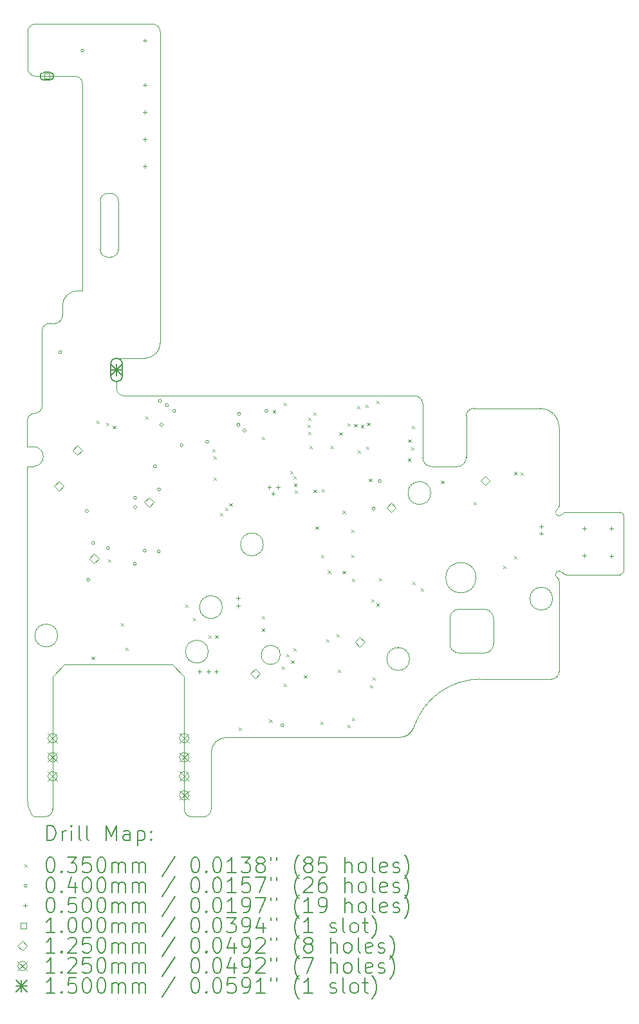
<source format=gbr>
%TF.GenerationSoftware,KiCad,Pcbnew,7.0.6*%
%TF.CreationDate,2024-03-31T21:54:28-07:00*%
%TF.ProjectId,retroglowplus_gbc,72657472-6f67-46c6-9f77-706c75735f67,rev?*%
%TF.SameCoordinates,Original*%
%TF.FileFunction,Drillmap*%
%TF.FilePolarity,Positive*%
%FSLAX45Y45*%
G04 Gerber Fmt 4.5, Leading zero omitted, Abs format (unit mm)*
G04 Created by KiCad (PCBNEW 7.0.6) date 2024-03-31 21:54:28*
%MOMM*%
%LPD*%
G01*
G04 APERTURE LIST*
%ADD10C,0.001000*%
%ADD11C,0.200000*%
%ADD12C,0.035000*%
%ADD13C,0.040000*%
%ADD14C,0.050000*%
%ADD15C,0.100000*%
%ADD16C,0.125000*%
%ADD17C,0.150000*%
G04 APERTURE END LIST*
D10*
X20756908Y-11747862D02*
G75*
G03*
X20631913Y-11622862I-124998J2D01*
G01*
X20546060Y-16239746D02*
X20546060Y-14097741D01*
X26106810Y-14213900D02*
G75*
G03*
X26226807Y-14333900I120000J0D01*
G01*
X26681810Y-13878900D02*
G75*
G03*
X26561807Y-13758900I-120000J0D01*
G01*
X26423370Y-11119040D02*
G75*
G03*
X26323370Y-11219040I-10J-99990D01*
G01*
X26512637Y-14676307D02*
G75*
G03*
X25634139Y-15307493I3J-926953D01*
G01*
X22611106Y-14640600D02*
X22453764Y-14483258D01*
X20946461Y-14103961D02*
G75*
G03*
X20946461Y-14103961I-150000J0D01*
G01*
X21274423Y-6856361D02*
X21274423Y-9575529D01*
X21746314Y-8395786D02*
G75*
G03*
X21646308Y-8295786I-100004J-4D01*
G01*
X20546060Y-11622862D02*
X20631913Y-11622862D01*
X21009659Y-9902867D02*
X21009659Y-9775529D01*
X27546060Y-13390189D02*
G75*
G03*
X27521060Y-13346888I-50000J-1D01*
G01*
X26561807Y-14333907D02*
G75*
G03*
X26681807Y-14213900I-7J120007D01*
G01*
X20756913Y-11747862D02*
X20756913Y-11756031D01*
X23113601Y-13731049D02*
G75*
G03*
X23113601Y-13731049I-150000J0D01*
G01*
X20881106Y-15390600D02*
X20881106Y-14640600D01*
X27446060Y-14676310D02*
G75*
G03*
X27546060Y-14576308I-10J100010D01*
G01*
X22867263Y-16486043D02*
G75*
G03*
X22967263Y-16386044I-3J100003D01*
G01*
X20654424Y-6070404D02*
X22195865Y-6070404D01*
X27589356Y-13278590D02*
G75*
G03*
X27632662Y-13303587I43304J25010D01*
G01*
X20742703Y-11085396D02*
X20742703Y-10102867D01*
X23167263Y-15443683D02*
G75*
G03*
X22967263Y-15643678I-3J-199997D01*
G01*
X22611106Y-16386044D02*
G75*
G03*
X22711106Y-16486044I100004J4D01*
G01*
X26226807Y-13758907D02*
G75*
G03*
X26106807Y-13878900I-7J-119993D01*
G01*
X22611106Y-15390600D02*
X22611106Y-14640600D01*
X28396060Y-12534276D02*
X28396060Y-13253587D01*
X27446060Y-14676308D02*
X26512637Y-14676308D01*
X20631913Y-11881033D02*
G75*
G03*
X20756913Y-11756031I-3J125003D01*
G01*
X21505074Y-9032726D02*
G75*
G03*
X21605070Y-9132726I99996J-4D01*
G01*
X21038447Y-14483258D02*
X22453764Y-14483258D01*
X25748376Y-11056254D02*
G75*
G03*
X25648370Y-10956254I-99996J4D01*
G01*
X21605070Y-8295790D02*
G75*
G03*
X21505070Y-8395786I0J-100000D01*
G01*
X26226807Y-13758900D02*
X26561807Y-13758900D01*
X21721228Y-10460298D02*
G75*
G03*
X21646228Y-10535305I2J-75002D01*
G01*
X20881106Y-15390600D02*
X20881106Y-16386044D01*
X27546060Y-13390189D02*
X27546060Y-14097741D01*
X20781106Y-16486036D02*
G75*
G03*
X20881106Y-16386044I4J99996D01*
G01*
X21821228Y-10956254D02*
X25648370Y-10956254D01*
X22295856Y-6170404D02*
G75*
G03*
X22195865Y-6070404I-99996J4D01*
G01*
X26561807Y-14333900D02*
X26226807Y-14333900D01*
X20546060Y-14097741D02*
X20546060Y-11881031D01*
X21746308Y-8395786D02*
X21746308Y-9032726D01*
X27521060Y-12440975D02*
G75*
G03*
X27546060Y-12397673I-24990J43295D01*
G01*
X20842703Y-10002867D02*
X20909659Y-10002867D01*
X21646308Y-9132726D02*
X21605070Y-9132726D01*
X21646225Y-10695305D02*
G75*
G03*
X21721228Y-10770305I75005J5D01*
G01*
X21646228Y-10535305D02*
X21646228Y-10695305D01*
X27459963Y-13619835D02*
G75*
G03*
X27459963Y-13619835I-150000J0D01*
G01*
X22611106Y-16386044D02*
X22611106Y-15390600D01*
X25748373Y-11764926D02*
G75*
G03*
X25868370Y-11884926I120007J7D01*
G01*
X20654424Y-6070403D02*
G75*
G03*
X20554424Y-6170404I-4J-99997D01*
G01*
X21209659Y-9575529D02*
X21274423Y-9575529D01*
X21605070Y-8295786D02*
X21646308Y-8295786D01*
X21646308Y-9132728D02*
G75*
G03*
X21746308Y-9032726I2J99998D01*
G01*
X20554424Y-6656361D02*
X20554424Y-6170404D01*
X21721228Y-10770305D02*
X21721228Y-10856254D01*
X26106807Y-14213900D02*
X26106807Y-13878900D01*
X21721226Y-10856254D02*
G75*
G03*
X21821228Y-10956254I100004J4D01*
G01*
X23652944Y-12906940D02*
G75*
G03*
X23652944Y-12906940I-150000J0D01*
G01*
X25577154Y-14412652D02*
G75*
G03*
X25577154Y-14412652I-150000J0D01*
G01*
X22095867Y-10460317D02*
G75*
G03*
X22295867Y-10260310I-7J200007D01*
G01*
X20646060Y-11185396D02*
X20642703Y-11185396D01*
X20546062Y-16239746D02*
G75*
G03*
X20608499Y-16462075I427048J-4D01*
G01*
X20842703Y-10002873D02*
G75*
G03*
X20742703Y-10102867I-3J-99997D01*
G01*
X20554419Y-6656361D02*
G75*
G03*
X20654424Y-6756361I100002J2D01*
G01*
X25855795Y-12232080D02*
G75*
G03*
X25855795Y-12232080I-150000J0D01*
G01*
X26451679Y-13344213D02*
G75*
G03*
X26451679Y-13344213I-200000J0D01*
G01*
X22867263Y-16486044D02*
X22711106Y-16486044D01*
X22928588Y-14315756D02*
G75*
G03*
X22928588Y-14315756I-150000J0D01*
G01*
X20546060Y-11369040D02*
X20546060Y-11622862D01*
X28346060Y-13303580D02*
G75*
G03*
X28396060Y-13253587I0J50000D01*
G01*
X28346060Y-13303587D02*
X27632662Y-13303587D01*
X20881106Y-14640600D02*
X21038447Y-14483258D01*
X21505070Y-9032726D02*
X21505070Y-8395786D01*
X20781106Y-16486044D02*
X20651188Y-16486044D01*
X20631913Y-11881031D02*
X20546060Y-11881031D01*
X20646060Y-11185400D02*
G75*
G03*
X20546060Y-11285396I0J-100000D01*
G01*
X20546060Y-11369040D02*
X20546060Y-11285396D01*
X26323370Y-11429926D02*
X26323370Y-11219040D01*
X28396064Y-12534276D02*
G75*
G03*
X28346060Y-12484276I-49994J6D01*
G01*
X26323370Y-11764926D02*
X26323370Y-11429926D01*
X25748370Y-11056254D02*
X25748370Y-11219040D01*
X20608498Y-16462075D02*
G75*
G03*
X20651188Y-16486044I42692J26035D01*
G01*
X25748370Y-11429926D02*
X25748370Y-11764926D01*
X27546060Y-11369040D02*
X27546060Y-12397673D01*
X20654424Y-6756361D02*
X21174423Y-6756361D01*
X22967263Y-15643678D02*
X22967263Y-16386044D01*
X27521056Y-12440968D02*
G75*
G03*
X27589361Y-12509276I25004J-43302D01*
G01*
X25444593Y-15443675D02*
G75*
G03*
X25634139Y-15307493I-3J200005D01*
G01*
X27632662Y-12484276D02*
X28346060Y-12484276D01*
X26203370Y-11884920D02*
G75*
G03*
X26323370Y-11764926I0J120000D01*
G01*
X25868370Y-11884926D02*
X26203370Y-11884926D01*
X26681807Y-13878900D02*
X26681807Y-14213900D01*
X27632662Y-12484275D02*
G75*
G03*
X27589361Y-12509276I-3J-49995D01*
G01*
X20909659Y-10002869D02*
G75*
G03*
X21009659Y-9902867I1J99999D01*
G01*
X22295865Y-6170404D02*
X22295867Y-10260310D01*
X25748370Y-11219040D02*
X25748370Y-11429926D01*
X20642703Y-11185403D02*
G75*
G03*
X20742703Y-11085396I-3J100003D01*
G01*
X23874793Y-14359062D02*
G75*
G03*
X23874793Y-14359062I-125000J0D01*
G01*
X21209659Y-9575529D02*
G75*
G03*
X21009659Y-9775529I1J-200001D01*
G01*
X27589358Y-13278589D02*
G75*
G03*
X27521060Y-13346888I-43298J-25001D01*
G01*
X27546060Y-14097741D02*
X27546060Y-14576308D01*
X26423370Y-11119040D02*
X27296060Y-11119040D01*
X27546060Y-11369040D02*
G75*
G03*
X27296060Y-11119040I-250000J0D01*
G01*
X25444593Y-15443678D02*
X23167263Y-15443678D01*
X21274419Y-6856361D02*
G75*
G03*
X21174423Y-6756361I-99999J2D01*
G01*
X22095865Y-10460305D02*
X21721228Y-10460305D01*
D11*
D12*
X21394700Y-14384300D02*
X21429700Y-14419300D01*
X21429700Y-14384300D02*
X21394700Y-14419300D01*
X21460740Y-11280420D02*
X21495740Y-11315420D01*
X21495740Y-11280420D02*
X21460740Y-11315420D01*
X21582660Y-11310900D02*
X21617660Y-11345900D01*
X21617660Y-11310900D02*
X21582660Y-11345900D01*
X21613140Y-13104140D02*
X21648140Y-13139140D01*
X21648140Y-13104140D02*
X21613140Y-13139140D01*
X21674100Y-11349000D02*
X21709100Y-11384000D01*
X21709100Y-11349000D02*
X21674100Y-11384000D01*
X21780780Y-13942340D02*
X21815780Y-13977340D01*
X21815780Y-13942340D02*
X21780780Y-13977340D01*
X21836660Y-14259840D02*
X21871660Y-14294840D01*
X21871660Y-14259840D02*
X21836660Y-14294840D01*
X22103360Y-11227080D02*
X22138360Y-11262080D01*
X22138360Y-11227080D02*
X22103360Y-11262080D01*
X22629140Y-13695960D02*
X22664140Y-13730960D01*
X22664140Y-13695960D02*
X22629140Y-13730960D01*
X22730740Y-13873760D02*
X22765740Y-13908760D01*
X22765740Y-13873760D02*
X22730740Y-13908760D01*
X22928860Y-14102360D02*
X22963860Y-14137360D01*
X22963860Y-14102360D02*
X22928860Y-14137360D01*
X22982200Y-11656340D02*
X23017200Y-11691340D01*
X23017200Y-11656340D02*
X22982200Y-11691340D01*
X22997440Y-11750320D02*
X23032440Y-11785320D01*
X23032440Y-11750320D02*
X22997440Y-11785320D01*
X22997440Y-12024640D02*
X23032440Y-12059640D01*
X23032440Y-12024640D02*
X22997440Y-12059640D01*
X23020300Y-14099820D02*
X23055300Y-14134820D01*
X23055300Y-14099820D02*
X23020300Y-14134820D01*
X23083800Y-12492000D02*
X23118800Y-12527000D01*
X23118800Y-12492000D02*
X23083800Y-12527000D01*
X23152380Y-12423420D02*
X23187380Y-12458420D01*
X23187380Y-12423420D02*
X23152380Y-12458420D01*
X23205720Y-12370080D02*
X23240720Y-12405080D01*
X23240720Y-12370080D02*
X23205720Y-12405080D01*
X23331450Y-15310130D02*
X23366450Y-15345130D01*
X23366450Y-15310130D02*
X23331450Y-15345130D01*
X23632440Y-11496320D02*
X23667440Y-11531320D01*
X23667440Y-11496320D02*
X23632440Y-11531320D01*
X23634980Y-13845820D02*
X23669980Y-13880820D01*
X23669980Y-13845820D02*
X23634980Y-13880820D01*
X23634980Y-14013460D02*
X23669980Y-14048460D01*
X23669980Y-14013460D02*
X23634980Y-14048460D01*
X23731500Y-15207260D02*
X23766500Y-15242260D01*
X23766500Y-15207260D02*
X23731500Y-15242260D01*
X23777220Y-11143260D02*
X23812220Y-11178260D01*
X23812220Y-11143260D02*
X23777220Y-11178260D01*
X23899140Y-14506220D02*
X23934140Y-14541220D01*
X23934140Y-14506220D02*
X23899140Y-14541220D01*
X23922000Y-14734820D02*
X23957000Y-14769820D01*
X23957000Y-14734820D02*
X23922000Y-14769820D01*
X23924540Y-11044200D02*
X23959540Y-11079200D01*
X23959540Y-11044200D02*
X23924540Y-11079200D01*
X23958930Y-14348742D02*
X23993930Y-14383742D01*
X23993930Y-14348742D02*
X23958930Y-14383742D01*
X24003280Y-11940820D02*
X24038280Y-11975820D01*
X24038280Y-11940820D02*
X24003280Y-11975820D01*
X24018520Y-14430020D02*
X24053520Y-14465020D01*
X24053520Y-14430020D02*
X24018520Y-14465020D01*
X24049000Y-14271301D02*
X24084000Y-14306301D01*
X24084000Y-14271301D02*
X24049000Y-14306301D01*
X24051540Y-12014480D02*
X24086540Y-12049480D01*
X24086540Y-12014480D02*
X24051540Y-12049480D01*
X24054080Y-12108460D02*
X24089080Y-12143460D01*
X24089080Y-12108460D02*
X24054080Y-12143460D01*
X24066780Y-12199900D02*
X24101780Y-12234900D01*
X24101780Y-12199900D02*
X24066780Y-12234900D01*
X24188700Y-14630680D02*
X24223700Y-14665680D01*
X24223700Y-14630680D02*
X24188700Y-14665680D01*
X24234420Y-11331220D02*
X24269420Y-11366220D01*
X24269420Y-11331220D02*
X24234420Y-11366220D01*
X24241453Y-11427225D02*
X24276453Y-11462225D01*
X24276453Y-11427225D02*
X24241453Y-11462225D01*
X24242040Y-11242320D02*
X24277040Y-11277320D01*
X24277040Y-11242320D02*
X24242040Y-11277320D01*
X24263145Y-11611903D02*
X24298145Y-11646903D01*
X24298145Y-11611903D02*
X24263145Y-11646903D01*
X24308080Y-11176280D02*
X24343080Y-11211280D01*
X24343080Y-11176280D02*
X24308080Y-11211280D01*
X24315700Y-12189740D02*
X24350700Y-12224740D01*
X24350700Y-12189740D02*
X24315700Y-12224740D01*
X24341100Y-12674880D02*
X24376100Y-12709880D01*
X24376100Y-12674880D02*
X24341100Y-12709880D01*
X24404600Y-15240280D02*
X24439600Y-15275280D01*
X24439600Y-15240280D02*
X24404600Y-15275280D01*
X24409680Y-13043180D02*
X24444680Y-13078180D01*
X24444680Y-13043180D02*
X24409680Y-13078180D01*
X24419840Y-12182120D02*
X24454840Y-12217120D01*
X24454840Y-12182120D02*
X24419840Y-12217120D01*
X24480800Y-14153160D02*
X24515800Y-14188160D01*
X24515800Y-14153160D02*
X24480800Y-14188160D01*
X24501120Y-13251460D02*
X24536120Y-13286460D01*
X24536120Y-13251460D02*
X24501120Y-13286460D01*
X24536680Y-11613160D02*
X24571680Y-11648160D01*
X24571680Y-11613160D02*
X24536680Y-11648160D01*
X24612880Y-14082040D02*
X24647880Y-14117040D01*
X24647880Y-14082040D02*
X24612880Y-14117040D01*
X24635740Y-14554480D02*
X24670740Y-14589480D01*
X24670740Y-14554480D02*
X24635740Y-14589480D01*
X24653520Y-11437900D02*
X24688520Y-11472900D01*
X24688520Y-11437900D02*
X24653520Y-11472900D01*
X24696700Y-12464060D02*
X24731700Y-12499060D01*
X24731700Y-12464060D02*
X24696700Y-12499060D01*
X24696700Y-13256540D02*
X24731700Y-13291540D01*
X24731700Y-13256540D02*
X24696700Y-13291540D01*
X24760200Y-11313440D02*
X24795200Y-11348440D01*
X24795200Y-11313440D02*
X24760200Y-11348440D01*
X24762740Y-15280920D02*
X24797740Y-15315920D01*
X24797740Y-15280920D02*
X24762740Y-15315920D01*
X24808460Y-12715520D02*
X24843460Y-12750520D01*
X24843460Y-12715520D02*
X24808460Y-12750520D01*
X24811000Y-13045720D02*
X24846000Y-13080720D01*
X24846000Y-13045720D02*
X24811000Y-13080720D01*
X24816080Y-13355600D02*
X24851080Y-13390600D01*
X24851080Y-13355600D02*
X24816080Y-13390600D01*
X24816080Y-15186940D02*
X24851080Y-15221940D01*
X24851080Y-15186940D02*
X24816080Y-15221940D01*
X24849100Y-11323600D02*
X24884100Y-11358600D01*
X24884100Y-11323600D02*
X24849100Y-11358600D01*
X24889740Y-11089920D02*
X24924740Y-11124920D01*
X24924740Y-11089920D02*
X24889740Y-11124920D01*
X24892280Y-11674120D02*
X24927280Y-11709120D01*
X24927280Y-11674120D02*
X24892280Y-11709120D01*
X24935084Y-11337972D02*
X24970084Y-11372972D01*
X24970084Y-11337972D02*
X24935084Y-11372972D01*
X24997983Y-11069404D02*
X25032983Y-11104404D01*
X25032983Y-11069404D02*
X24997983Y-11104404D01*
X25006580Y-11620780D02*
X25041580Y-11655780D01*
X25041580Y-11620780D02*
X25006580Y-11655780D01*
X25018037Y-11311644D02*
X25053037Y-11346644D01*
X25053037Y-11311644D02*
X25018037Y-11346644D01*
X25043410Y-12046230D02*
X25078410Y-12081230D01*
X25078410Y-12046230D02*
X25043410Y-12081230D01*
X25054840Y-14757680D02*
X25089840Y-14792680D01*
X25089840Y-14757680D02*
X25054840Y-14792680D01*
X25070080Y-13624840D02*
X25105080Y-13659840D01*
X25105080Y-13624840D02*
X25070080Y-13659840D01*
X25087860Y-14651000D02*
X25122860Y-14686000D01*
X25122860Y-14651000D02*
X25087860Y-14686000D01*
X25138660Y-11021340D02*
X25173660Y-11056340D01*
X25173660Y-11021340D02*
X25138660Y-11056340D01*
X25141200Y-13683260D02*
X25176200Y-13718260D01*
X25176200Y-13683260D02*
X25141200Y-13718260D01*
X25176760Y-13345440D02*
X25211760Y-13380440D01*
X25211760Y-13345440D02*
X25176760Y-13380440D01*
X25555220Y-11778260D02*
X25590220Y-11813260D01*
X25590220Y-11778260D02*
X25555220Y-11813260D01*
X25560300Y-11526800D02*
X25595300Y-11561800D01*
X25595300Y-11526800D02*
X25560300Y-11561800D01*
X25598400Y-11633480D02*
X25633400Y-11668480D01*
X25633400Y-11633480D02*
X25598400Y-11668480D01*
X25606020Y-11354080D02*
X25641020Y-11389080D01*
X25641020Y-11354080D02*
X25606020Y-11389080D01*
X25616180Y-13398780D02*
X25651180Y-13433780D01*
X25651180Y-13398780D02*
X25616180Y-13433780D01*
X25725400Y-13485140D02*
X25760400Y-13520140D01*
X25760400Y-13485140D02*
X25725400Y-13520140D01*
X25992100Y-12072900D02*
X26027100Y-12107900D01*
X26027100Y-12072900D02*
X25992100Y-12107900D01*
X26418820Y-12352300D02*
X26453820Y-12387300D01*
X26453820Y-12352300D02*
X26418820Y-12387300D01*
X26807440Y-13185420D02*
X26842440Y-13220420D01*
X26842440Y-13185420D02*
X26807440Y-13220420D01*
X26949680Y-11956060D02*
X26984680Y-11991060D01*
X26984680Y-11956060D02*
X26949680Y-11991060D01*
X26954760Y-13058420D02*
X26989760Y-13093420D01*
X26989760Y-13058420D02*
X26954760Y-13093420D01*
X27036040Y-11961140D02*
X27071040Y-11996140D01*
X27071040Y-11961140D02*
X27036040Y-11996140D01*
D13*
X21000400Y-10380980D02*
G75*
G03*
X21000400Y-10380980I-20000J0D01*
G01*
X21292500Y-6418580D02*
G75*
G03*
X21292500Y-6418580I-20000J0D01*
G01*
X21350920Y-12468860D02*
G75*
G03*
X21350920Y-12468860I-20000J0D01*
G01*
X21368700Y-13370560D02*
G75*
G03*
X21368700Y-13370560I-20000J0D01*
G01*
X21432200Y-12887960D02*
G75*
G03*
X21432200Y-12887960I-20000J0D01*
G01*
X21627780Y-12956540D02*
G75*
G03*
X21627780Y-12956540I-20000J0D01*
G01*
X21983380Y-13162280D02*
G75*
G03*
X21983380Y-13162280I-20000J0D01*
G01*
X21985920Y-12293600D02*
G75*
G03*
X21985920Y-12293600I-20000J0D01*
G01*
X21985920Y-12418060D02*
G75*
G03*
X21985920Y-12418060I-20000J0D01*
G01*
X22110380Y-12989560D02*
G75*
G03*
X22110380Y-12989560I-20000J0D01*
G01*
X22247540Y-11882120D02*
G75*
G03*
X22247540Y-11882120I-20000J0D01*
G01*
X22295800Y-12999720D02*
G75*
G03*
X22295800Y-12999720I-20000J0D01*
G01*
X22300880Y-12184380D02*
G75*
G03*
X22300880Y-12184380I-20000J0D01*
G01*
X22313580Y-11021060D02*
G75*
G03*
X22313580Y-11021060I-20000J0D01*
G01*
X22333900Y-11333480D02*
G75*
G03*
X22333900Y-11333480I-20000J0D01*
G01*
X22405020Y-11076940D02*
G75*
G03*
X22405020Y-11076940I-20000J0D01*
G01*
X22499000Y-11153140D02*
G75*
G03*
X22499000Y-11153140I-20000J0D01*
G01*
X22598060Y-11605260D02*
G75*
G03*
X22598060Y-11605260I-20000J0D01*
G01*
X22933340Y-11559540D02*
G75*
G03*
X22933340Y-11559540I-20000J0D01*
G01*
X23344820Y-11336020D02*
G75*
G03*
X23344820Y-11336020I-20000J0D01*
G01*
X23352440Y-11191240D02*
G75*
G03*
X23352440Y-11191240I-20000J0D01*
G01*
X23426100Y-11409680D02*
G75*
G03*
X23426100Y-11409680I-20000J0D01*
G01*
X23713120Y-11153140D02*
G75*
G03*
X23713120Y-11153140I-20000J0D01*
G01*
X23923940Y-15285720D02*
G75*
G03*
X23923940Y-15285720I-20000J0D01*
G01*
X25122820Y-12435840D02*
G75*
G03*
X25122820Y-12435840I-20000J0D01*
G01*
X25204100Y-12075160D02*
G75*
G03*
X25204100Y-12075160I-20000J0D01*
G01*
D14*
X22090380Y-6258960D02*
X22090380Y-6308960D01*
X22065380Y-6283960D02*
X22115380Y-6283960D01*
X22095460Y-6843160D02*
X22095460Y-6893160D01*
X22070460Y-6868160D02*
X22120460Y-6868160D01*
X22095460Y-7201300D02*
X22095460Y-7251300D01*
X22070460Y-7226300D02*
X22120460Y-7226300D01*
X22095460Y-7559440D02*
X22095460Y-7609440D01*
X22070460Y-7584440D02*
X22120460Y-7584440D01*
X22095460Y-7917580D02*
X22095460Y-7967580D01*
X22070460Y-7942580D02*
X22120460Y-7942580D01*
X22814280Y-14554600D02*
X22814280Y-14604600D01*
X22789280Y-14579600D02*
X22839280Y-14579600D01*
X22928580Y-14554600D02*
X22928580Y-14604600D01*
X22903580Y-14579600D02*
X22953580Y-14579600D01*
X23030180Y-14554600D02*
X23030180Y-14604600D01*
X23005180Y-14579600D02*
X23055180Y-14579600D01*
X23322280Y-13589400D02*
X23322280Y-13639400D01*
X23297280Y-13614400D02*
X23347280Y-13614400D01*
X23322280Y-13685920D02*
X23322280Y-13735920D01*
X23297280Y-13710920D02*
X23347280Y-13710920D01*
X23731220Y-12131440D02*
X23731220Y-12181440D01*
X23706220Y-12156440D02*
X23756220Y-12156440D01*
X23782020Y-12212720D02*
X23782020Y-12262720D01*
X23757020Y-12237720D02*
X23807020Y-12237720D01*
X23845520Y-12131440D02*
X23845520Y-12181440D01*
X23820520Y-12156440D02*
X23870520Y-12156440D01*
X27307540Y-12644520D02*
X27307540Y-12694520D01*
X27282540Y-12669520D02*
X27332540Y-12669520D01*
X27310080Y-12735960D02*
X27310080Y-12785960D01*
X27285080Y-12760960D02*
X27335080Y-12760960D01*
X27876500Y-12672460D02*
X27876500Y-12722460D01*
X27851500Y-12697460D02*
X27901500Y-12697460D01*
X27879040Y-13030600D02*
X27879040Y-13080600D01*
X27854040Y-13055600D02*
X27904040Y-13055600D01*
X28234640Y-12672460D02*
X28234640Y-12722460D01*
X28209640Y-12697460D02*
X28259640Y-12697460D01*
X28234640Y-13033140D02*
X28234640Y-13083140D01*
X28209640Y-13058140D02*
X28259640Y-13058140D01*
D15*
X20840496Y-6791756D02*
X20840496Y-6721044D01*
X20769784Y-6721044D01*
X20769784Y-6791756D01*
X20840496Y-6791756D01*
D11*
X20765140Y-6806400D02*
X20845140Y-6806400D01*
X20845140Y-6806400D02*
G75*
G03*
X20845140Y-6706400I0J50000D01*
G01*
X20845140Y-6706400D02*
X20765140Y-6706400D01*
X20765140Y-6706400D02*
G75*
G03*
X20765140Y-6806400I0J-50000D01*
G01*
D16*
X20963895Y-12204437D02*
X21026395Y-12141937D01*
X20963895Y-12079437D01*
X20901395Y-12141937D01*
X20963895Y-12204437D01*
X21208225Y-11734009D02*
X21270725Y-11671509D01*
X21208225Y-11609009D01*
X21145725Y-11671509D01*
X21208225Y-11734009D01*
X21426713Y-13156761D02*
X21489213Y-13094261D01*
X21426713Y-13031761D01*
X21364213Y-13094261D01*
X21426713Y-13156761D01*
X22150904Y-12415054D02*
X22213404Y-12352554D01*
X22150904Y-12290054D01*
X22088404Y-12352554D01*
X22150904Y-12415054D01*
X23548207Y-14666611D02*
X23610707Y-14604111D01*
X23548207Y-14541611D01*
X23485707Y-14604111D01*
X23548207Y-14666611D01*
X24923767Y-14253778D02*
X24986267Y-14191278D01*
X24923767Y-14128778D01*
X24861267Y-14191278D01*
X24923767Y-14253778D01*
X25335456Y-12484964D02*
X25397956Y-12422464D01*
X25335456Y-12359964D01*
X25272956Y-12422464D01*
X25335456Y-12484964D01*
X26572679Y-12133339D02*
X26635179Y-12070839D01*
X26572679Y-12008339D01*
X26510179Y-12070839D01*
X26572679Y-12133339D01*
X20818610Y-15390600D02*
X20943610Y-15515600D01*
X20943610Y-15390600D02*
X20818610Y-15515600D01*
X20943610Y-15453100D02*
G75*
G03*
X20943610Y-15453100I-62500J0D01*
G01*
X20818610Y-15640600D02*
X20943610Y-15765600D01*
X20943610Y-15640600D02*
X20818610Y-15765600D01*
X20943610Y-15703100D02*
G75*
G03*
X20943610Y-15703100I-62500J0D01*
G01*
X20818610Y-15890600D02*
X20943610Y-16015600D01*
X20943610Y-15890600D02*
X20818610Y-16015600D01*
X20943610Y-15953100D02*
G75*
G03*
X20943610Y-15953100I-62500J0D01*
G01*
X22548610Y-15390600D02*
X22673610Y-15515600D01*
X22673610Y-15390600D02*
X22548610Y-15515600D01*
X22673610Y-15453100D02*
G75*
G03*
X22673610Y-15453100I-62500J0D01*
G01*
X22548610Y-15640600D02*
X22673610Y-15765600D01*
X22673610Y-15640600D02*
X22548610Y-15765600D01*
X22673610Y-15703100D02*
G75*
G03*
X22673610Y-15703100I-62500J0D01*
G01*
X22548610Y-15890600D02*
X22673610Y-16015600D01*
X22673610Y-15890600D02*
X22548610Y-16015600D01*
X22673610Y-15953100D02*
G75*
G03*
X22673610Y-15953100I-62500J0D01*
G01*
X22548610Y-16140600D02*
X22673610Y-16265600D01*
X22673610Y-16140600D02*
X22548610Y-16265600D01*
X22673610Y-16203100D02*
G75*
G03*
X22673610Y-16203100I-62500J0D01*
G01*
D17*
X21646228Y-10539660D02*
X21796228Y-10689660D01*
X21796228Y-10539660D02*
X21646228Y-10689660D01*
X21721228Y-10539660D02*
X21721228Y-10689660D01*
X21646228Y-10614660D02*
X21796228Y-10614660D01*
D11*
X21796228Y-10694660D02*
X21796228Y-10534660D01*
X21796228Y-10534660D02*
G75*
G03*
X21646228Y-10534660I-75000J0D01*
G01*
X21646228Y-10534660D02*
X21646228Y-10694660D01*
X21646228Y-10694660D02*
G75*
G03*
X21796228Y-10694660I75000J0D01*
G01*
X20806787Y-16797578D02*
X20806787Y-16597578D01*
X20806787Y-16597578D02*
X20854406Y-16597578D01*
X20854406Y-16597578D02*
X20882977Y-16607102D01*
X20882977Y-16607102D02*
X20902025Y-16626149D01*
X20902025Y-16626149D02*
X20911549Y-16645197D01*
X20911549Y-16645197D02*
X20921073Y-16683292D01*
X20921073Y-16683292D02*
X20921073Y-16711863D01*
X20921073Y-16711863D02*
X20911549Y-16749959D01*
X20911549Y-16749959D02*
X20902025Y-16769006D01*
X20902025Y-16769006D02*
X20882977Y-16788054D01*
X20882977Y-16788054D02*
X20854406Y-16797578D01*
X20854406Y-16797578D02*
X20806787Y-16797578D01*
X21006787Y-16797578D02*
X21006787Y-16664244D01*
X21006787Y-16702340D02*
X21016311Y-16683292D01*
X21016311Y-16683292D02*
X21025834Y-16673768D01*
X21025834Y-16673768D02*
X21044882Y-16664244D01*
X21044882Y-16664244D02*
X21063930Y-16664244D01*
X21130596Y-16797578D02*
X21130596Y-16664244D01*
X21130596Y-16597578D02*
X21121073Y-16607102D01*
X21121073Y-16607102D02*
X21130596Y-16616625D01*
X21130596Y-16616625D02*
X21140120Y-16607102D01*
X21140120Y-16607102D02*
X21130596Y-16597578D01*
X21130596Y-16597578D02*
X21130596Y-16616625D01*
X21254406Y-16797578D02*
X21235358Y-16788054D01*
X21235358Y-16788054D02*
X21225834Y-16769006D01*
X21225834Y-16769006D02*
X21225834Y-16597578D01*
X21359168Y-16797578D02*
X21340120Y-16788054D01*
X21340120Y-16788054D02*
X21330596Y-16769006D01*
X21330596Y-16769006D02*
X21330596Y-16597578D01*
X21587739Y-16797578D02*
X21587739Y-16597578D01*
X21587739Y-16597578D02*
X21654406Y-16740435D01*
X21654406Y-16740435D02*
X21721073Y-16597578D01*
X21721073Y-16597578D02*
X21721073Y-16797578D01*
X21902025Y-16797578D02*
X21902025Y-16692816D01*
X21902025Y-16692816D02*
X21892501Y-16673768D01*
X21892501Y-16673768D02*
X21873454Y-16664244D01*
X21873454Y-16664244D02*
X21835358Y-16664244D01*
X21835358Y-16664244D02*
X21816311Y-16673768D01*
X21902025Y-16788054D02*
X21882977Y-16797578D01*
X21882977Y-16797578D02*
X21835358Y-16797578D01*
X21835358Y-16797578D02*
X21816311Y-16788054D01*
X21816311Y-16788054D02*
X21806787Y-16769006D01*
X21806787Y-16769006D02*
X21806787Y-16749959D01*
X21806787Y-16749959D02*
X21816311Y-16730911D01*
X21816311Y-16730911D02*
X21835358Y-16721387D01*
X21835358Y-16721387D02*
X21882977Y-16721387D01*
X21882977Y-16721387D02*
X21902025Y-16711863D01*
X21997263Y-16664244D02*
X21997263Y-16864244D01*
X21997263Y-16673768D02*
X22016311Y-16664244D01*
X22016311Y-16664244D02*
X22054406Y-16664244D01*
X22054406Y-16664244D02*
X22073454Y-16673768D01*
X22073454Y-16673768D02*
X22082977Y-16683292D01*
X22082977Y-16683292D02*
X22092501Y-16702340D01*
X22092501Y-16702340D02*
X22092501Y-16759482D01*
X22092501Y-16759482D02*
X22082977Y-16778530D01*
X22082977Y-16778530D02*
X22073454Y-16788054D01*
X22073454Y-16788054D02*
X22054406Y-16797578D01*
X22054406Y-16797578D02*
X22016311Y-16797578D01*
X22016311Y-16797578D02*
X21997263Y-16788054D01*
X22178215Y-16778530D02*
X22187739Y-16788054D01*
X22187739Y-16788054D02*
X22178215Y-16797578D01*
X22178215Y-16797578D02*
X22168692Y-16788054D01*
X22168692Y-16788054D02*
X22178215Y-16778530D01*
X22178215Y-16778530D02*
X22178215Y-16797578D01*
X22178215Y-16673768D02*
X22187739Y-16683292D01*
X22187739Y-16683292D02*
X22178215Y-16692816D01*
X22178215Y-16692816D02*
X22168692Y-16683292D01*
X22168692Y-16683292D02*
X22178215Y-16673768D01*
X22178215Y-16673768D02*
X22178215Y-16692816D01*
D12*
X20511010Y-17108594D02*
X20546010Y-17143594D01*
X20546010Y-17108594D02*
X20511010Y-17143594D01*
D11*
X20844882Y-17017578D02*
X20863930Y-17017578D01*
X20863930Y-17017578D02*
X20882977Y-17027102D01*
X20882977Y-17027102D02*
X20892501Y-17036625D01*
X20892501Y-17036625D02*
X20902025Y-17055673D01*
X20902025Y-17055673D02*
X20911549Y-17093768D01*
X20911549Y-17093768D02*
X20911549Y-17141387D01*
X20911549Y-17141387D02*
X20902025Y-17179483D01*
X20902025Y-17179483D02*
X20892501Y-17198530D01*
X20892501Y-17198530D02*
X20882977Y-17208054D01*
X20882977Y-17208054D02*
X20863930Y-17217578D01*
X20863930Y-17217578D02*
X20844882Y-17217578D01*
X20844882Y-17217578D02*
X20825834Y-17208054D01*
X20825834Y-17208054D02*
X20816311Y-17198530D01*
X20816311Y-17198530D02*
X20806787Y-17179483D01*
X20806787Y-17179483D02*
X20797263Y-17141387D01*
X20797263Y-17141387D02*
X20797263Y-17093768D01*
X20797263Y-17093768D02*
X20806787Y-17055673D01*
X20806787Y-17055673D02*
X20816311Y-17036625D01*
X20816311Y-17036625D02*
X20825834Y-17027102D01*
X20825834Y-17027102D02*
X20844882Y-17017578D01*
X20997263Y-17198530D02*
X21006787Y-17208054D01*
X21006787Y-17208054D02*
X20997263Y-17217578D01*
X20997263Y-17217578D02*
X20987739Y-17208054D01*
X20987739Y-17208054D02*
X20997263Y-17198530D01*
X20997263Y-17198530D02*
X20997263Y-17217578D01*
X21073454Y-17017578D02*
X21197263Y-17017578D01*
X21197263Y-17017578D02*
X21130596Y-17093768D01*
X21130596Y-17093768D02*
X21159168Y-17093768D01*
X21159168Y-17093768D02*
X21178215Y-17103292D01*
X21178215Y-17103292D02*
X21187739Y-17112816D01*
X21187739Y-17112816D02*
X21197263Y-17131864D01*
X21197263Y-17131864D02*
X21197263Y-17179483D01*
X21197263Y-17179483D02*
X21187739Y-17198530D01*
X21187739Y-17198530D02*
X21178215Y-17208054D01*
X21178215Y-17208054D02*
X21159168Y-17217578D01*
X21159168Y-17217578D02*
X21102025Y-17217578D01*
X21102025Y-17217578D02*
X21082977Y-17208054D01*
X21082977Y-17208054D02*
X21073454Y-17198530D01*
X21378215Y-17017578D02*
X21282977Y-17017578D01*
X21282977Y-17017578D02*
X21273454Y-17112816D01*
X21273454Y-17112816D02*
X21282977Y-17103292D01*
X21282977Y-17103292D02*
X21302025Y-17093768D01*
X21302025Y-17093768D02*
X21349644Y-17093768D01*
X21349644Y-17093768D02*
X21368692Y-17103292D01*
X21368692Y-17103292D02*
X21378215Y-17112816D01*
X21378215Y-17112816D02*
X21387739Y-17131864D01*
X21387739Y-17131864D02*
X21387739Y-17179483D01*
X21387739Y-17179483D02*
X21378215Y-17198530D01*
X21378215Y-17198530D02*
X21368692Y-17208054D01*
X21368692Y-17208054D02*
X21349644Y-17217578D01*
X21349644Y-17217578D02*
X21302025Y-17217578D01*
X21302025Y-17217578D02*
X21282977Y-17208054D01*
X21282977Y-17208054D02*
X21273454Y-17198530D01*
X21511549Y-17017578D02*
X21530596Y-17017578D01*
X21530596Y-17017578D02*
X21549644Y-17027102D01*
X21549644Y-17027102D02*
X21559168Y-17036625D01*
X21559168Y-17036625D02*
X21568692Y-17055673D01*
X21568692Y-17055673D02*
X21578215Y-17093768D01*
X21578215Y-17093768D02*
X21578215Y-17141387D01*
X21578215Y-17141387D02*
X21568692Y-17179483D01*
X21568692Y-17179483D02*
X21559168Y-17198530D01*
X21559168Y-17198530D02*
X21549644Y-17208054D01*
X21549644Y-17208054D02*
X21530596Y-17217578D01*
X21530596Y-17217578D02*
X21511549Y-17217578D01*
X21511549Y-17217578D02*
X21492501Y-17208054D01*
X21492501Y-17208054D02*
X21482977Y-17198530D01*
X21482977Y-17198530D02*
X21473454Y-17179483D01*
X21473454Y-17179483D02*
X21463930Y-17141387D01*
X21463930Y-17141387D02*
X21463930Y-17093768D01*
X21463930Y-17093768D02*
X21473454Y-17055673D01*
X21473454Y-17055673D02*
X21482977Y-17036625D01*
X21482977Y-17036625D02*
X21492501Y-17027102D01*
X21492501Y-17027102D02*
X21511549Y-17017578D01*
X21663930Y-17217578D02*
X21663930Y-17084244D01*
X21663930Y-17103292D02*
X21673454Y-17093768D01*
X21673454Y-17093768D02*
X21692501Y-17084244D01*
X21692501Y-17084244D02*
X21721073Y-17084244D01*
X21721073Y-17084244D02*
X21740120Y-17093768D01*
X21740120Y-17093768D02*
X21749644Y-17112816D01*
X21749644Y-17112816D02*
X21749644Y-17217578D01*
X21749644Y-17112816D02*
X21759168Y-17093768D01*
X21759168Y-17093768D02*
X21778215Y-17084244D01*
X21778215Y-17084244D02*
X21806787Y-17084244D01*
X21806787Y-17084244D02*
X21825835Y-17093768D01*
X21825835Y-17093768D02*
X21835358Y-17112816D01*
X21835358Y-17112816D02*
X21835358Y-17217578D01*
X21930596Y-17217578D02*
X21930596Y-17084244D01*
X21930596Y-17103292D02*
X21940120Y-17093768D01*
X21940120Y-17093768D02*
X21959168Y-17084244D01*
X21959168Y-17084244D02*
X21987739Y-17084244D01*
X21987739Y-17084244D02*
X22006787Y-17093768D01*
X22006787Y-17093768D02*
X22016311Y-17112816D01*
X22016311Y-17112816D02*
X22016311Y-17217578D01*
X22016311Y-17112816D02*
X22025835Y-17093768D01*
X22025835Y-17093768D02*
X22044882Y-17084244D01*
X22044882Y-17084244D02*
X22073454Y-17084244D01*
X22073454Y-17084244D02*
X22092501Y-17093768D01*
X22092501Y-17093768D02*
X22102025Y-17112816D01*
X22102025Y-17112816D02*
X22102025Y-17217578D01*
X22492501Y-17008054D02*
X22321073Y-17265197D01*
X22749644Y-17017578D02*
X22768692Y-17017578D01*
X22768692Y-17017578D02*
X22787739Y-17027102D01*
X22787739Y-17027102D02*
X22797263Y-17036625D01*
X22797263Y-17036625D02*
X22806787Y-17055673D01*
X22806787Y-17055673D02*
X22816311Y-17093768D01*
X22816311Y-17093768D02*
X22816311Y-17141387D01*
X22816311Y-17141387D02*
X22806787Y-17179483D01*
X22806787Y-17179483D02*
X22797263Y-17198530D01*
X22797263Y-17198530D02*
X22787739Y-17208054D01*
X22787739Y-17208054D02*
X22768692Y-17217578D01*
X22768692Y-17217578D02*
X22749644Y-17217578D01*
X22749644Y-17217578D02*
X22730596Y-17208054D01*
X22730596Y-17208054D02*
X22721073Y-17198530D01*
X22721073Y-17198530D02*
X22711549Y-17179483D01*
X22711549Y-17179483D02*
X22702025Y-17141387D01*
X22702025Y-17141387D02*
X22702025Y-17093768D01*
X22702025Y-17093768D02*
X22711549Y-17055673D01*
X22711549Y-17055673D02*
X22721073Y-17036625D01*
X22721073Y-17036625D02*
X22730596Y-17027102D01*
X22730596Y-17027102D02*
X22749644Y-17017578D01*
X22902025Y-17198530D02*
X22911549Y-17208054D01*
X22911549Y-17208054D02*
X22902025Y-17217578D01*
X22902025Y-17217578D02*
X22892501Y-17208054D01*
X22892501Y-17208054D02*
X22902025Y-17198530D01*
X22902025Y-17198530D02*
X22902025Y-17217578D01*
X23035358Y-17017578D02*
X23054406Y-17017578D01*
X23054406Y-17017578D02*
X23073454Y-17027102D01*
X23073454Y-17027102D02*
X23082977Y-17036625D01*
X23082977Y-17036625D02*
X23092501Y-17055673D01*
X23092501Y-17055673D02*
X23102025Y-17093768D01*
X23102025Y-17093768D02*
X23102025Y-17141387D01*
X23102025Y-17141387D02*
X23092501Y-17179483D01*
X23092501Y-17179483D02*
X23082977Y-17198530D01*
X23082977Y-17198530D02*
X23073454Y-17208054D01*
X23073454Y-17208054D02*
X23054406Y-17217578D01*
X23054406Y-17217578D02*
X23035358Y-17217578D01*
X23035358Y-17217578D02*
X23016311Y-17208054D01*
X23016311Y-17208054D02*
X23006787Y-17198530D01*
X23006787Y-17198530D02*
X22997263Y-17179483D01*
X22997263Y-17179483D02*
X22987739Y-17141387D01*
X22987739Y-17141387D02*
X22987739Y-17093768D01*
X22987739Y-17093768D02*
X22997263Y-17055673D01*
X22997263Y-17055673D02*
X23006787Y-17036625D01*
X23006787Y-17036625D02*
X23016311Y-17027102D01*
X23016311Y-17027102D02*
X23035358Y-17017578D01*
X23292501Y-17217578D02*
X23178216Y-17217578D01*
X23235358Y-17217578D02*
X23235358Y-17017578D01*
X23235358Y-17017578D02*
X23216311Y-17046149D01*
X23216311Y-17046149D02*
X23197263Y-17065197D01*
X23197263Y-17065197D02*
X23178216Y-17074721D01*
X23359168Y-17017578D02*
X23482977Y-17017578D01*
X23482977Y-17017578D02*
X23416311Y-17093768D01*
X23416311Y-17093768D02*
X23444882Y-17093768D01*
X23444882Y-17093768D02*
X23463930Y-17103292D01*
X23463930Y-17103292D02*
X23473454Y-17112816D01*
X23473454Y-17112816D02*
X23482977Y-17131864D01*
X23482977Y-17131864D02*
X23482977Y-17179483D01*
X23482977Y-17179483D02*
X23473454Y-17198530D01*
X23473454Y-17198530D02*
X23463930Y-17208054D01*
X23463930Y-17208054D02*
X23444882Y-17217578D01*
X23444882Y-17217578D02*
X23387739Y-17217578D01*
X23387739Y-17217578D02*
X23368692Y-17208054D01*
X23368692Y-17208054D02*
X23359168Y-17198530D01*
X23597263Y-17103292D02*
X23578216Y-17093768D01*
X23578216Y-17093768D02*
X23568692Y-17084244D01*
X23568692Y-17084244D02*
X23559168Y-17065197D01*
X23559168Y-17065197D02*
X23559168Y-17055673D01*
X23559168Y-17055673D02*
X23568692Y-17036625D01*
X23568692Y-17036625D02*
X23578216Y-17027102D01*
X23578216Y-17027102D02*
X23597263Y-17017578D01*
X23597263Y-17017578D02*
X23635358Y-17017578D01*
X23635358Y-17017578D02*
X23654406Y-17027102D01*
X23654406Y-17027102D02*
X23663930Y-17036625D01*
X23663930Y-17036625D02*
X23673454Y-17055673D01*
X23673454Y-17055673D02*
X23673454Y-17065197D01*
X23673454Y-17065197D02*
X23663930Y-17084244D01*
X23663930Y-17084244D02*
X23654406Y-17093768D01*
X23654406Y-17093768D02*
X23635358Y-17103292D01*
X23635358Y-17103292D02*
X23597263Y-17103292D01*
X23597263Y-17103292D02*
X23578216Y-17112816D01*
X23578216Y-17112816D02*
X23568692Y-17122340D01*
X23568692Y-17122340D02*
X23559168Y-17141387D01*
X23559168Y-17141387D02*
X23559168Y-17179483D01*
X23559168Y-17179483D02*
X23568692Y-17198530D01*
X23568692Y-17198530D02*
X23578216Y-17208054D01*
X23578216Y-17208054D02*
X23597263Y-17217578D01*
X23597263Y-17217578D02*
X23635358Y-17217578D01*
X23635358Y-17217578D02*
X23654406Y-17208054D01*
X23654406Y-17208054D02*
X23663930Y-17198530D01*
X23663930Y-17198530D02*
X23673454Y-17179483D01*
X23673454Y-17179483D02*
X23673454Y-17141387D01*
X23673454Y-17141387D02*
X23663930Y-17122340D01*
X23663930Y-17122340D02*
X23654406Y-17112816D01*
X23654406Y-17112816D02*
X23635358Y-17103292D01*
X23749644Y-17017578D02*
X23749644Y-17055673D01*
X23825835Y-17017578D02*
X23825835Y-17055673D01*
X24121073Y-17293768D02*
X24111549Y-17284244D01*
X24111549Y-17284244D02*
X24092501Y-17255673D01*
X24092501Y-17255673D02*
X24082978Y-17236625D01*
X24082978Y-17236625D02*
X24073454Y-17208054D01*
X24073454Y-17208054D02*
X24063930Y-17160435D01*
X24063930Y-17160435D02*
X24063930Y-17122340D01*
X24063930Y-17122340D02*
X24073454Y-17074721D01*
X24073454Y-17074721D02*
X24082978Y-17046149D01*
X24082978Y-17046149D02*
X24092501Y-17027102D01*
X24092501Y-17027102D02*
X24111549Y-16998530D01*
X24111549Y-16998530D02*
X24121073Y-16989006D01*
X24225835Y-17103292D02*
X24206787Y-17093768D01*
X24206787Y-17093768D02*
X24197263Y-17084244D01*
X24197263Y-17084244D02*
X24187739Y-17065197D01*
X24187739Y-17065197D02*
X24187739Y-17055673D01*
X24187739Y-17055673D02*
X24197263Y-17036625D01*
X24197263Y-17036625D02*
X24206787Y-17027102D01*
X24206787Y-17027102D02*
X24225835Y-17017578D01*
X24225835Y-17017578D02*
X24263930Y-17017578D01*
X24263930Y-17017578D02*
X24282978Y-17027102D01*
X24282978Y-17027102D02*
X24292501Y-17036625D01*
X24292501Y-17036625D02*
X24302025Y-17055673D01*
X24302025Y-17055673D02*
X24302025Y-17065197D01*
X24302025Y-17065197D02*
X24292501Y-17084244D01*
X24292501Y-17084244D02*
X24282978Y-17093768D01*
X24282978Y-17093768D02*
X24263930Y-17103292D01*
X24263930Y-17103292D02*
X24225835Y-17103292D01*
X24225835Y-17103292D02*
X24206787Y-17112816D01*
X24206787Y-17112816D02*
X24197263Y-17122340D01*
X24197263Y-17122340D02*
X24187739Y-17141387D01*
X24187739Y-17141387D02*
X24187739Y-17179483D01*
X24187739Y-17179483D02*
X24197263Y-17198530D01*
X24197263Y-17198530D02*
X24206787Y-17208054D01*
X24206787Y-17208054D02*
X24225835Y-17217578D01*
X24225835Y-17217578D02*
X24263930Y-17217578D01*
X24263930Y-17217578D02*
X24282978Y-17208054D01*
X24282978Y-17208054D02*
X24292501Y-17198530D01*
X24292501Y-17198530D02*
X24302025Y-17179483D01*
X24302025Y-17179483D02*
X24302025Y-17141387D01*
X24302025Y-17141387D02*
X24292501Y-17122340D01*
X24292501Y-17122340D02*
X24282978Y-17112816D01*
X24282978Y-17112816D02*
X24263930Y-17103292D01*
X24482978Y-17017578D02*
X24387739Y-17017578D01*
X24387739Y-17017578D02*
X24378216Y-17112816D01*
X24378216Y-17112816D02*
X24387739Y-17103292D01*
X24387739Y-17103292D02*
X24406787Y-17093768D01*
X24406787Y-17093768D02*
X24454406Y-17093768D01*
X24454406Y-17093768D02*
X24473454Y-17103292D01*
X24473454Y-17103292D02*
X24482978Y-17112816D01*
X24482978Y-17112816D02*
X24492501Y-17131864D01*
X24492501Y-17131864D02*
X24492501Y-17179483D01*
X24492501Y-17179483D02*
X24482978Y-17198530D01*
X24482978Y-17198530D02*
X24473454Y-17208054D01*
X24473454Y-17208054D02*
X24454406Y-17217578D01*
X24454406Y-17217578D02*
X24406787Y-17217578D01*
X24406787Y-17217578D02*
X24387739Y-17208054D01*
X24387739Y-17208054D02*
X24378216Y-17198530D01*
X24730597Y-17217578D02*
X24730597Y-17017578D01*
X24816311Y-17217578D02*
X24816311Y-17112816D01*
X24816311Y-17112816D02*
X24806787Y-17093768D01*
X24806787Y-17093768D02*
X24787740Y-17084244D01*
X24787740Y-17084244D02*
X24759168Y-17084244D01*
X24759168Y-17084244D02*
X24740120Y-17093768D01*
X24740120Y-17093768D02*
X24730597Y-17103292D01*
X24940120Y-17217578D02*
X24921073Y-17208054D01*
X24921073Y-17208054D02*
X24911549Y-17198530D01*
X24911549Y-17198530D02*
X24902025Y-17179483D01*
X24902025Y-17179483D02*
X24902025Y-17122340D01*
X24902025Y-17122340D02*
X24911549Y-17103292D01*
X24911549Y-17103292D02*
X24921073Y-17093768D01*
X24921073Y-17093768D02*
X24940120Y-17084244D01*
X24940120Y-17084244D02*
X24968692Y-17084244D01*
X24968692Y-17084244D02*
X24987740Y-17093768D01*
X24987740Y-17093768D02*
X24997263Y-17103292D01*
X24997263Y-17103292D02*
X25006787Y-17122340D01*
X25006787Y-17122340D02*
X25006787Y-17179483D01*
X25006787Y-17179483D02*
X24997263Y-17198530D01*
X24997263Y-17198530D02*
X24987740Y-17208054D01*
X24987740Y-17208054D02*
X24968692Y-17217578D01*
X24968692Y-17217578D02*
X24940120Y-17217578D01*
X25121073Y-17217578D02*
X25102025Y-17208054D01*
X25102025Y-17208054D02*
X25092501Y-17189006D01*
X25092501Y-17189006D02*
X25092501Y-17017578D01*
X25273454Y-17208054D02*
X25254406Y-17217578D01*
X25254406Y-17217578D02*
X25216311Y-17217578D01*
X25216311Y-17217578D02*
X25197263Y-17208054D01*
X25197263Y-17208054D02*
X25187740Y-17189006D01*
X25187740Y-17189006D02*
X25187740Y-17112816D01*
X25187740Y-17112816D02*
X25197263Y-17093768D01*
X25197263Y-17093768D02*
X25216311Y-17084244D01*
X25216311Y-17084244D02*
X25254406Y-17084244D01*
X25254406Y-17084244D02*
X25273454Y-17093768D01*
X25273454Y-17093768D02*
X25282978Y-17112816D01*
X25282978Y-17112816D02*
X25282978Y-17131864D01*
X25282978Y-17131864D02*
X25187740Y-17150911D01*
X25359168Y-17208054D02*
X25378216Y-17217578D01*
X25378216Y-17217578D02*
X25416311Y-17217578D01*
X25416311Y-17217578D02*
X25435359Y-17208054D01*
X25435359Y-17208054D02*
X25444882Y-17189006D01*
X25444882Y-17189006D02*
X25444882Y-17179483D01*
X25444882Y-17179483D02*
X25435359Y-17160435D01*
X25435359Y-17160435D02*
X25416311Y-17150911D01*
X25416311Y-17150911D02*
X25387740Y-17150911D01*
X25387740Y-17150911D02*
X25368692Y-17141387D01*
X25368692Y-17141387D02*
X25359168Y-17122340D01*
X25359168Y-17122340D02*
X25359168Y-17112816D01*
X25359168Y-17112816D02*
X25368692Y-17093768D01*
X25368692Y-17093768D02*
X25387740Y-17084244D01*
X25387740Y-17084244D02*
X25416311Y-17084244D01*
X25416311Y-17084244D02*
X25435359Y-17093768D01*
X25511549Y-17293768D02*
X25521073Y-17284244D01*
X25521073Y-17284244D02*
X25540121Y-17255673D01*
X25540121Y-17255673D02*
X25549644Y-17236625D01*
X25549644Y-17236625D02*
X25559168Y-17208054D01*
X25559168Y-17208054D02*
X25568692Y-17160435D01*
X25568692Y-17160435D02*
X25568692Y-17122340D01*
X25568692Y-17122340D02*
X25559168Y-17074721D01*
X25559168Y-17074721D02*
X25549644Y-17046149D01*
X25549644Y-17046149D02*
X25540121Y-17027102D01*
X25540121Y-17027102D02*
X25521073Y-16998530D01*
X25521073Y-16998530D02*
X25511549Y-16989006D01*
D13*
X20546010Y-17390094D02*
G75*
G03*
X20546010Y-17390094I-20000J0D01*
G01*
D11*
X20844882Y-17281578D02*
X20863930Y-17281578D01*
X20863930Y-17281578D02*
X20882977Y-17291102D01*
X20882977Y-17291102D02*
X20892501Y-17300625D01*
X20892501Y-17300625D02*
X20902025Y-17319673D01*
X20902025Y-17319673D02*
X20911549Y-17357768D01*
X20911549Y-17357768D02*
X20911549Y-17405387D01*
X20911549Y-17405387D02*
X20902025Y-17443483D01*
X20902025Y-17443483D02*
X20892501Y-17462530D01*
X20892501Y-17462530D02*
X20882977Y-17472054D01*
X20882977Y-17472054D02*
X20863930Y-17481578D01*
X20863930Y-17481578D02*
X20844882Y-17481578D01*
X20844882Y-17481578D02*
X20825834Y-17472054D01*
X20825834Y-17472054D02*
X20816311Y-17462530D01*
X20816311Y-17462530D02*
X20806787Y-17443483D01*
X20806787Y-17443483D02*
X20797263Y-17405387D01*
X20797263Y-17405387D02*
X20797263Y-17357768D01*
X20797263Y-17357768D02*
X20806787Y-17319673D01*
X20806787Y-17319673D02*
X20816311Y-17300625D01*
X20816311Y-17300625D02*
X20825834Y-17291102D01*
X20825834Y-17291102D02*
X20844882Y-17281578D01*
X20997263Y-17462530D02*
X21006787Y-17472054D01*
X21006787Y-17472054D02*
X20997263Y-17481578D01*
X20997263Y-17481578D02*
X20987739Y-17472054D01*
X20987739Y-17472054D02*
X20997263Y-17462530D01*
X20997263Y-17462530D02*
X20997263Y-17481578D01*
X21178215Y-17348244D02*
X21178215Y-17481578D01*
X21130596Y-17272054D02*
X21082977Y-17414911D01*
X21082977Y-17414911D02*
X21206787Y-17414911D01*
X21321073Y-17281578D02*
X21340120Y-17281578D01*
X21340120Y-17281578D02*
X21359168Y-17291102D01*
X21359168Y-17291102D02*
X21368692Y-17300625D01*
X21368692Y-17300625D02*
X21378215Y-17319673D01*
X21378215Y-17319673D02*
X21387739Y-17357768D01*
X21387739Y-17357768D02*
X21387739Y-17405387D01*
X21387739Y-17405387D02*
X21378215Y-17443483D01*
X21378215Y-17443483D02*
X21368692Y-17462530D01*
X21368692Y-17462530D02*
X21359168Y-17472054D01*
X21359168Y-17472054D02*
X21340120Y-17481578D01*
X21340120Y-17481578D02*
X21321073Y-17481578D01*
X21321073Y-17481578D02*
X21302025Y-17472054D01*
X21302025Y-17472054D02*
X21292501Y-17462530D01*
X21292501Y-17462530D02*
X21282977Y-17443483D01*
X21282977Y-17443483D02*
X21273454Y-17405387D01*
X21273454Y-17405387D02*
X21273454Y-17357768D01*
X21273454Y-17357768D02*
X21282977Y-17319673D01*
X21282977Y-17319673D02*
X21292501Y-17300625D01*
X21292501Y-17300625D02*
X21302025Y-17291102D01*
X21302025Y-17291102D02*
X21321073Y-17281578D01*
X21511549Y-17281578D02*
X21530596Y-17281578D01*
X21530596Y-17281578D02*
X21549644Y-17291102D01*
X21549644Y-17291102D02*
X21559168Y-17300625D01*
X21559168Y-17300625D02*
X21568692Y-17319673D01*
X21568692Y-17319673D02*
X21578215Y-17357768D01*
X21578215Y-17357768D02*
X21578215Y-17405387D01*
X21578215Y-17405387D02*
X21568692Y-17443483D01*
X21568692Y-17443483D02*
X21559168Y-17462530D01*
X21559168Y-17462530D02*
X21549644Y-17472054D01*
X21549644Y-17472054D02*
X21530596Y-17481578D01*
X21530596Y-17481578D02*
X21511549Y-17481578D01*
X21511549Y-17481578D02*
X21492501Y-17472054D01*
X21492501Y-17472054D02*
X21482977Y-17462530D01*
X21482977Y-17462530D02*
X21473454Y-17443483D01*
X21473454Y-17443483D02*
X21463930Y-17405387D01*
X21463930Y-17405387D02*
X21463930Y-17357768D01*
X21463930Y-17357768D02*
X21473454Y-17319673D01*
X21473454Y-17319673D02*
X21482977Y-17300625D01*
X21482977Y-17300625D02*
X21492501Y-17291102D01*
X21492501Y-17291102D02*
X21511549Y-17281578D01*
X21663930Y-17481578D02*
X21663930Y-17348244D01*
X21663930Y-17367292D02*
X21673454Y-17357768D01*
X21673454Y-17357768D02*
X21692501Y-17348244D01*
X21692501Y-17348244D02*
X21721073Y-17348244D01*
X21721073Y-17348244D02*
X21740120Y-17357768D01*
X21740120Y-17357768D02*
X21749644Y-17376816D01*
X21749644Y-17376816D02*
X21749644Y-17481578D01*
X21749644Y-17376816D02*
X21759168Y-17357768D01*
X21759168Y-17357768D02*
X21778215Y-17348244D01*
X21778215Y-17348244D02*
X21806787Y-17348244D01*
X21806787Y-17348244D02*
X21825835Y-17357768D01*
X21825835Y-17357768D02*
X21835358Y-17376816D01*
X21835358Y-17376816D02*
X21835358Y-17481578D01*
X21930596Y-17481578D02*
X21930596Y-17348244D01*
X21930596Y-17367292D02*
X21940120Y-17357768D01*
X21940120Y-17357768D02*
X21959168Y-17348244D01*
X21959168Y-17348244D02*
X21987739Y-17348244D01*
X21987739Y-17348244D02*
X22006787Y-17357768D01*
X22006787Y-17357768D02*
X22016311Y-17376816D01*
X22016311Y-17376816D02*
X22016311Y-17481578D01*
X22016311Y-17376816D02*
X22025835Y-17357768D01*
X22025835Y-17357768D02*
X22044882Y-17348244D01*
X22044882Y-17348244D02*
X22073454Y-17348244D01*
X22073454Y-17348244D02*
X22092501Y-17357768D01*
X22092501Y-17357768D02*
X22102025Y-17376816D01*
X22102025Y-17376816D02*
X22102025Y-17481578D01*
X22492501Y-17272054D02*
X22321073Y-17529197D01*
X22749644Y-17281578D02*
X22768692Y-17281578D01*
X22768692Y-17281578D02*
X22787739Y-17291102D01*
X22787739Y-17291102D02*
X22797263Y-17300625D01*
X22797263Y-17300625D02*
X22806787Y-17319673D01*
X22806787Y-17319673D02*
X22816311Y-17357768D01*
X22816311Y-17357768D02*
X22816311Y-17405387D01*
X22816311Y-17405387D02*
X22806787Y-17443483D01*
X22806787Y-17443483D02*
X22797263Y-17462530D01*
X22797263Y-17462530D02*
X22787739Y-17472054D01*
X22787739Y-17472054D02*
X22768692Y-17481578D01*
X22768692Y-17481578D02*
X22749644Y-17481578D01*
X22749644Y-17481578D02*
X22730596Y-17472054D01*
X22730596Y-17472054D02*
X22721073Y-17462530D01*
X22721073Y-17462530D02*
X22711549Y-17443483D01*
X22711549Y-17443483D02*
X22702025Y-17405387D01*
X22702025Y-17405387D02*
X22702025Y-17357768D01*
X22702025Y-17357768D02*
X22711549Y-17319673D01*
X22711549Y-17319673D02*
X22721073Y-17300625D01*
X22721073Y-17300625D02*
X22730596Y-17291102D01*
X22730596Y-17291102D02*
X22749644Y-17281578D01*
X22902025Y-17462530D02*
X22911549Y-17472054D01*
X22911549Y-17472054D02*
X22902025Y-17481578D01*
X22902025Y-17481578D02*
X22892501Y-17472054D01*
X22892501Y-17472054D02*
X22902025Y-17462530D01*
X22902025Y-17462530D02*
X22902025Y-17481578D01*
X23035358Y-17281578D02*
X23054406Y-17281578D01*
X23054406Y-17281578D02*
X23073454Y-17291102D01*
X23073454Y-17291102D02*
X23082977Y-17300625D01*
X23082977Y-17300625D02*
X23092501Y-17319673D01*
X23092501Y-17319673D02*
X23102025Y-17357768D01*
X23102025Y-17357768D02*
X23102025Y-17405387D01*
X23102025Y-17405387D02*
X23092501Y-17443483D01*
X23092501Y-17443483D02*
X23082977Y-17462530D01*
X23082977Y-17462530D02*
X23073454Y-17472054D01*
X23073454Y-17472054D02*
X23054406Y-17481578D01*
X23054406Y-17481578D02*
X23035358Y-17481578D01*
X23035358Y-17481578D02*
X23016311Y-17472054D01*
X23016311Y-17472054D02*
X23006787Y-17462530D01*
X23006787Y-17462530D02*
X22997263Y-17443483D01*
X22997263Y-17443483D02*
X22987739Y-17405387D01*
X22987739Y-17405387D02*
X22987739Y-17357768D01*
X22987739Y-17357768D02*
X22997263Y-17319673D01*
X22997263Y-17319673D02*
X23006787Y-17300625D01*
X23006787Y-17300625D02*
X23016311Y-17291102D01*
X23016311Y-17291102D02*
X23035358Y-17281578D01*
X23292501Y-17481578D02*
X23178216Y-17481578D01*
X23235358Y-17481578D02*
X23235358Y-17281578D01*
X23235358Y-17281578D02*
X23216311Y-17310149D01*
X23216311Y-17310149D02*
X23197263Y-17329197D01*
X23197263Y-17329197D02*
X23178216Y-17338721D01*
X23473454Y-17281578D02*
X23378216Y-17281578D01*
X23378216Y-17281578D02*
X23368692Y-17376816D01*
X23368692Y-17376816D02*
X23378216Y-17367292D01*
X23378216Y-17367292D02*
X23397263Y-17357768D01*
X23397263Y-17357768D02*
X23444882Y-17357768D01*
X23444882Y-17357768D02*
X23463930Y-17367292D01*
X23463930Y-17367292D02*
X23473454Y-17376816D01*
X23473454Y-17376816D02*
X23482977Y-17395864D01*
X23482977Y-17395864D02*
X23482977Y-17443483D01*
X23482977Y-17443483D02*
X23473454Y-17462530D01*
X23473454Y-17462530D02*
X23463930Y-17472054D01*
X23463930Y-17472054D02*
X23444882Y-17481578D01*
X23444882Y-17481578D02*
X23397263Y-17481578D01*
X23397263Y-17481578D02*
X23378216Y-17472054D01*
X23378216Y-17472054D02*
X23368692Y-17462530D01*
X23549644Y-17281578D02*
X23682977Y-17281578D01*
X23682977Y-17281578D02*
X23597263Y-17481578D01*
X23749644Y-17281578D02*
X23749644Y-17319673D01*
X23825835Y-17281578D02*
X23825835Y-17319673D01*
X24121073Y-17557768D02*
X24111549Y-17548244D01*
X24111549Y-17548244D02*
X24092501Y-17519673D01*
X24092501Y-17519673D02*
X24082978Y-17500625D01*
X24082978Y-17500625D02*
X24073454Y-17472054D01*
X24073454Y-17472054D02*
X24063930Y-17424435D01*
X24063930Y-17424435D02*
X24063930Y-17386340D01*
X24063930Y-17386340D02*
X24073454Y-17338721D01*
X24073454Y-17338721D02*
X24082978Y-17310149D01*
X24082978Y-17310149D02*
X24092501Y-17291102D01*
X24092501Y-17291102D02*
X24111549Y-17262530D01*
X24111549Y-17262530D02*
X24121073Y-17253006D01*
X24187739Y-17300625D02*
X24197263Y-17291102D01*
X24197263Y-17291102D02*
X24216311Y-17281578D01*
X24216311Y-17281578D02*
X24263930Y-17281578D01*
X24263930Y-17281578D02*
X24282978Y-17291102D01*
X24282978Y-17291102D02*
X24292501Y-17300625D01*
X24292501Y-17300625D02*
X24302025Y-17319673D01*
X24302025Y-17319673D02*
X24302025Y-17338721D01*
X24302025Y-17338721D02*
X24292501Y-17367292D01*
X24292501Y-17367292D02*
X24178216Y-17481578D01*
X24178216Y-17481578D02*
X24302025Y-17481578D01*
X24473454Y-17281578D02*
X24435358Y-17281578D01*
X24435358Y-17281578D02*
X24416311Y-17291102D01*
X24416311Y-17291102D02*
X24406787Y-17300625D01*
X24406787Y-17300625D02*
X24387739Y-17329197D01*
X24387739Y-17329197D02*
X24378216Y-17367292D01*
X24378216Y-17367292D02*
X24378216Y-17443483D01*
X24378216Y-17443483D02*
X24387739Y-17462530D01*
X24387739Y-17462530D02*
X24397263Y-17472054D01*
X24397263Y-17472054D02*
X24416311Y-17481578D01*
X24416311Y-17481578D02*
X24454406Y-17481578D01*
X24454406Y-17481578D02*
X24473454Y-17472054D01*
X24473454Y-17472054D02*
X24482978Y-17462530D01*
X24482978Y-17462530D02*
X24492501Y-17443483D01*
X24492501Y-17443483D02*
X24492501Y-17395864D01*
X24492501Y-17395864D02*
X24482978Y-17376816D01*
X24482978Y-17376816D02*
X24473454Y-17367292D01*
X24473454Y-17367292D02*
X24454406Y-17357768D01*
X24454406Y-17357768D02*
X24416311Y-17357768D01*
X24416311Y-17357768D02*
X24397263Y-17367292D01*
X24397263Y-17367292D02*
X24387739Y-17376816D01*
X24387739Y-17376816D02*
X24378216Y-17395864D01*
X24730597Y-17481578D02*
X24730597Y-17281578D01*
X24816311Y-17481578D02*
X24816311Y-17376816D01*
X24816311Y-17376816D02*
X24806787Y-17357768D01*
X24806787Y-17357768D02*
X24787740Y-17348244D01*
X24787740Y-17348244D02*
X24759168Y-17348244D01*
X24759168Y-17348244D02*
X24740120Y-17357768D01*
X24740120Y-17357768D02*
X24730597Y-17367292D01*
X24940120Y-17481578D02*
X24921073Y-17472054D01*
X24921073Y-17472054D02*
X24911549Y-17462530D01*
X24911549Y-17462530D02*
X24902025Y-17443483D01*
X24902025Y-17443483D02*
X24902025Y-17386340D01*
X24902025Y-17386340D02*
X24911549Y-17367292D01*
X24911549Y-17367292D02*
X24921073Y-17357768D01*
X24921073Y-17357768D02*
X24940120Y-17348244D01*
X24940120Y-17348244D02*
X24968692Y-17348244D01*
X24968692Y-17348244D02*
X24987740Y-17357768D01*
X24987740Y-17357768D02*
X24997263Y-17367292D01*
X24997263Y-17367292D02*
X25006787Y-17386340D01*
X25006787Y-17386340D02*
X25006787Y-17443483D01*
X25006787Y-17443483D02*
X24997263Y-17462530D01*
X24997263Y-17462530D02*
X24987740Y-17472054D01*
X24987740Y-17472054D02*
X24968692Y-17481578D01*
X24968692Y-17481578D02*
X24940120Y-17481578D01*
X25121073Y-17481578D02*
X25102025Y-17472054D01*
X25102025Y-17472054D02*
X25092501Y-17453006D01*
X25092501Y-17453006D02*
X25092501Y-17281578D01*
X25273454Y-17472054D02*
X25254406Y-17481578D01*
X25254406Y-17481578D02*
X25216311Y-17481578D01*
X25216311Y-17481578D02*
X25197263Y-17472054D01*
X25197263Y-17472054D02*
X25187740Y-17453006D01*
X25187740Y-17453006D02*
X25187740Y-17376816D01*
X25187740Y-17376816D02*
X25197263Y-17357768D01*
X25197263Y-17357768D02*
X25216311Y-17348244D01*
X25216311Y-17348244D02*
X25254406Y-17348244D01*
X25254406Y-17348244D02*
X25273454Y-17357768D01*
X25273454Y-17357768D02*
X25282978Y-17376816D01*
X25282978Y-17376816D02*
X25282978Y-17395864D01*
X25282978Y-17395864D02*
X25187740Y-17414911D01*
X25359168Y-17472054D02*
X25378216Y-17481578D01*
X25378216Y-17481578D02*
X25416311Y-17481578D01*
X25416311Y-17481578D02*
X25435359Y-17472054D01*
X25435359Y-17472054D02*
X25444882Y-17453006D01*
X25444882Y-17453006D02*
X25444882Y-17443483D01*
X25444882Y-17443483D02*
X25435359Y-17424435D01*
X25435359Y-17424435D02*
X25416311Y-17414911D01*
X25416311Y-17414911D02*
X25387740Y-17414911D01*
X25387740Y-17414911D02*
X25368692Y-17405387D01*
X25368692Y-17405387D02*
X25359168Y-17386340D01*
X25359168Y-17386340D02*
X25359168Y-17376816D01*
X25359168Y-17376816D02*
X25368692Y-17357768D01*
X25368692Y-17357768D02*
X25387740Y-17348244D01*
X25387740Y-17348244D02*
X25416311Y-17348244D01*
X25416311Y-17348244D02*
X25435359Y-17357768D01*
X25511549Y-17557768D02*
X25521073Y-17548244D01*
X25521073Y-17548244D02*
X25540121Y-17519673D01*
X25540121Y-17519673D02*
X25549644Y-17500625D01*
X25549644Y-17500625D02*
X25559168Y-17472054D01*
X25559168Y-17472054D02*
X25568692Y-17424435D01*
X25568692Y-17424435D02*
X25568692Y-17386340D01*
X25568692Y-17386340D02*
X25559168Y-17338721D01*
X25559168Y-17338721D02*
X25549644Y-17310149D01*
X25549644Y-17310149D02*
X25540121Y-17291102D01*
X25540121Y-17291102D02*
X25521073Y-17262530D01*
X25521073Y-17262530D02*
X25511549Y-17253006D01*
D14*
X20521010Y-17629094D02*
X20521010Y-17679094D01*
X20496010Y-17654094D02*
X20546010Y-17654094D01*
D11*
X20844882Y-17545578D02*
X20863930Y-17545578D01*
X20863930Y-17545578D02*
X20882977Y-17555102D01*
X20882977Y-17555102D02*
X20892501Y-17564625D01*
X20892501Y-17564625D02*
X20902025Y-17583673D01*
X20902025Y-17583673D02*
X20911549Y-17621768D01*
X20911549Y-17621768D02*
X20911549Y-17669387D01*
X20911549Y-17669387D02*
X20902025Y-17707483D01*
X20902025Y-17707483D02*
X20892501Y-17726530D01*
X20892501Y-17726530D02*
X20882977Y-17736054D01*
X20882977Y-17736054D02*
X20863930Y-17745578D01*
X20863930Y-17745578D02*
X20844882Y-17745578D01*
X20844882Y-17745578D02*
X20825834Y-17736054D01*
X20825834Y-17736054D02*
X20816311Y-17726530D01*
X20816311Y-17726530D02*
X20806787Y-17707483D01*
X20806787Y-17707483D02*
X20797263Y-17669387D01*
X20797263Y-17669387D02*
X20797263Y-17621768D01*
X20797263Y-17621768D02*
X20806787Y-17583673D01*
X20806787Y-17583673D02*
X20816311Y-17564625D01*
X20816311Y-17564625D02*
X20825834Y-17555102D01*
X20825834Y-17555102D02*
X20844882Y-17545578D01*
X20997263Y-17726530D02*
X21006787Y-17736054D01*
X21006787Y-17736054D02*
X20997263Y-17745578D01*
X20997263Y-17745578D02*
X20987739Y-17736054D01*
X20987739Y-17736054D02*
X20997263Y-17726530D01*
X20997263Y-17726530D02*
X20997263Y-17745578D01*
X21187739Y-17545578D02*
X21092501Y-17545578D01*
X21092501Y-17545578D02*
X21082977Y-17640816D01*
X21082977Y-17640816D02*
X21092501Y-17631292D01*
X21092501Y-17631292D02*
X21111549Y-17621768D01*
X21111549Y-17621768D02*
X21159168Y-17621768D01*
X21159168Y-17621768D02*
X21178215Y-17631292D01*
X21178215Y-17631292D02*
X21187739Y-17640816D01*
X21187739Y-17640816D02*
X21197263Y-17659864D01*
X21197263Y-17659864D02*
X21197263Y-17707483D01*
X21197263Y-17707483D02*
X21187739Y-17726530D01*
X21187739Y-17726530D02*
X21178215Y-17736054D01*
X21178215Y-17736054D02*
X21159168Y-17745578D01*
X21159168Y-17745578D02*
X21111549Y-17745578D01*
X21111549Y-17745578D02*
X21092501Y-17736054D01*
X21092501Y-17736054D02*
X21082977Y-17726530D01*
X21321073Y-17545578D02*
X21340120Y-17545578D01*
X21340120Y-17545578D02*
X21359168Y-17555102D01*
X21359168Y-17555102D02*
X21368692Y-17564625D01*
X21368692Y-17564625D02*
X21378215Y-17583673D01*
X21378215Y-17583673D02*
X21387739Y-17621768D01*
X21387739Y-17621768D02*
X21387739Y-17669387D01*
X21387739Y-17669387D02*
X21378215Y-17707483D01*
X21378215Y-17707483D02*
X21368692Y-17726530D01*
X21368692Y-17726530D02*
X21359168Y-17736054D01*
X21359168Y-17736054D02*
X21340120Y-17745578D01*
X21340120Y-17745578D02*
X21321073Y-17745578D01*
X21321073Y-17745578D02*
X21302025Y-17736054D01*
X21302025Y-17736054D02*
X21292501Y-17726530D01*
X21292501Y-17726530D02*
X21282977Y-17707483D01*
X21282977Y-17707483D02*
X21273454Y-17669387D01*
X21273454Y-17669387D02*
X21273454Y-17621768D01*
X21273454Y-17621768D02*
X21282977Y-17583673D01*
X21282977Y-17583673D02*
X21292501Y-17564625D01*
X21292501Y-17564625D02*
X21302025Y-17555102D01*
X21302025Y-17555102D02*
X21321073Y-17545578D01*
X21511549Y-17545578D02*
X21530596Y-17545578D01*
X21530596Y-17545578D02*
X21549644Y-17555102D01*
X21549644Y-17555102D02*
X21559168Y-17564625D01*
X21559168Y-17564625D02*
X21568692Y-17583673D01*
X21568692Y-17583673D02*
X21578215Y-17621768D01*
X21578215Y-17621768D02*
X21578215Y-17669387D01*
X21578215Y-17669387D02*
X21568692Y-17707483D01*
X21568692Y-17707483D02*
X21559168Y-17726530D01*
X21559168Y-17726530D02*
X21549644Y-17736054D01*
X21549644Y-17736054D02*
X21530596Y-17745578D01*
X21530596Y-17745578D02*
X21511549Y-17745578D01*
X21511549Y-17745578D02*
X21492501Y-17736054D01*
X21492501Y-17736054D02*
X21482977Y-17726530D01*
X21482977Y-17726530D02*
X21473454Y-17707483D01*
X21473454Y-17707483D02*
X21463930Y-17669387D01*
X21463930Y-17669387D02*
X21463930Y-17621768D01*
X21463930Y-17621768D02*
X21473454Y-17583673D01*
X21473454Y-17583673D02*
X21482977Y-17564625D01*
X21482977Y-17564625D02*
X21492501Y-17555102D01*
X21492501Y-17555102D02*
X21511549Y-17545578D01*
X21663930Y-17745578D02*
X21663930Y-17612244D01*
X21663930Y-17631292D02*
X21673454Y-17621768D01*
X21673454Y-17621768D02*
X21692501Y-17612244D01*
X21692501Y-17612244D02*
X21721073Y-17612244D01*
X21721073Y-17612244D02*
X21740120Y-17621768D01*
X21740120Y-17621768D02*
X21749644Y-17640816D01*
X21749644Y-17640816D02*
X21749644Y-17745578D01*
X21749644Y-17640816D02*
X21759168Y-17621768D01*
X21759168Y-17621768D02*
X21778215Y-17612244D01*
X21778215Y-17612244D02*
X21806787Y-17612244D01*
X21806787Y-17612244D02*
X21825835Y-17621768D01*
X21825835Y-17621768D02*
X21835358Y-17640816D01*
X21835358Y-17640816D02*
X21835358Y-17745578D01*
X21930596Y-17745578D02*
X21930596Y-17612244D01*
X21930596Y-17631292D02*
X21940120Y-17621768D01*
X21940120Y-17621768D02*
X21959168Y-17612244D01*
X21959168Y-17612244D02*
X21987739Y-17612244D01*
X21987739Y-17612244D02*
X22006787Y-17621768D01*
X22006787Y-17621768D02*
X22016311Y-17640816D01*
X22016311Y-17640816D02*
X22016311Y-17745578D01*
X22016311Y-17640816D02*
X22025835Y-17621768D01*
X22025835Y-17621768D02*
X22044882Y-17612244D01*
X22044882Y-17612244D02*
X22073454Y-17612244D01*
X22073454Y-17612244D02*
X22092501Y-17621768D01*
X22092501Y-17621768D02*
X22102025Y-17640816D01*
X22102025Y-17640816D02*
X22102025Y-17745578D01*
X22492501Y-17536054D02*
X22321073Y-17793197D01*
X22749644Y-17545578D02*
X22768692Y-17545578D01*
X22768692Y-17545578D02*
X22787739Y-17555102D01*
X22787739Y-17555102D02*
X22797263Y-17564625D01*
X22797263Y-17564625D02*
X22806787Y-17583673D01*
X22806787Y-17583673D02*
X22816311Y-17621768D01*
X22816311Y-17621768D02*
X22816311Y-17669387D01*
X22816311Y-17669387D02*
X22806787Y-17707483D01*
X22806787Y-17707483D02*
X22797263Y-17726530D01*
X22797263Y-17726530D02*
X22787739Y-17736054D01*
X22787739Y-17736054D02*
X22768692Y-17745578D01*
X22768692Y-17745578D02*
X22749644Y-17745578D01*
X22749644Y-17745578D02*
X22730596Y-17736054D01*
X22730596Y-17736054D02*
X22721073Y-17726530D01*
X22721073Y-17726530D02*
X22711549Y-17707483D01*
X22711549Y-17707483D02*
X22702025Y-17669387D01*
X22702025Y-17669387D02*
X22702025Y-17621768D01*
X22702025Y-17621768D02*
X22711549Y-17583673D01*
X22711549Y-17583673D02*
X22721073Y-17564625D01*
X22721073Y-17564625D02*
X22730596Y-17555102D01*
X22730596Y-17555102D02*
X22749644Y-17545578D01*
X22902025Y-17726530D02*
X22911549Y-17736054D01*
X22911549Y-17736054D02*
X22902025Y-17745578D01*
X22902025Y-17745578D02*
X22892501Y-17736054D01*
X22892501Y-17736054D02*
X22902025Y-17726530D01*
X22902025Y-17726530D02*
X22902025Y-17745578D01*
X23035358Y-17545578D02*
X23054406Y-17545578D01*
X23054406Y-17545578D02*
X23073454Y-17555102D01*
X23073454Y-17555102D02*
X23082977Y-17564625D01*
X23082977Y-17564625D02*
X23092501Y-17583673D01*
X23092501Y-17583673D02*
X23102025Y-17621768D01*
X23102025Y-17621768D02*
X23102025Y-17669387D01*
X23102025Y-17669387D02*
X23092501Y-17707483D01*
X23092501Y-17707483D02*
X23082977Y-17726530D01*
X23082977Y-17726530D02*
X23073454Y-17736054D01*
X23073454Y-17736054D02*
X23054406Y-17745578D01*
X23054406Y-17745578D02*
X23035358Y-17745578D01*
X23035358Y-17745578D02*
X23016311Y-17736054D01*
X23016311Y-17736054D02*
X23006787Y-17726530D01*
X23006787Y-17726530D02*
X22997263Y-17707483D01*
X22997263Y-17707483D02*
X22987739Y-17669387D01*
X22987739Y-17669387D02*
X22987739Y-17621768D01*
X22987739Y-17621768D02*
X22997263Y-17583673D01*
X22997263Y-17583673D02*
X23006787Y-17564625D01*
X23006787Y-17564625D02*
X23016311Y-17555102D01*
X23016311Y-17555102D02*
X23035358Y-17545578D01*
X23292501Y-17745578D02*
X23178216Y-17745578D01*
X23235358Y-17745578D02*
X23235358Y-17545578D01*
X23235358Y-17545578D02*
X23216311Y-17574149D01*
X23216311Y-17574149D02*
X23197263Y-17593197D01*
X23197263Y-17593197D02*
X23178216Y-17602721D01*
X23387739Y-17745578D02*
X23425835Y-17745578D01*
X23425835Y-17745578D02*
X23444882Y-17736054D01*
X23444882Y-17736054D02*
X23454406Y-17726530D01*
X23454406Y-17726530D02*
X23473454Y-17697959D01*
X23473454Y-17697959D02*
X23482977Y-17659864D01*
X23482977Y-17659864D02*
X23482977Y-17583673D01*
X23482977Y-17583673D02*
X23473454Y-17564625D01*
X23473454Y-17564625D02*
X23463930Y-17555102D01*
X23463930Y-17555102D02*
X23444882Y-17545578D01*
X23444882Y-17545578D02*
X23406787Y-17545578D01*
X23406787Y-17545578D02*
X23387739Y-17555102D01*
X23387739Y-17555102D02*
X23378216Y-17564625D01*
X23378216Y-17564625D02*
X23368692Y-17583673D01*
X23368692Y-17583673D02*
X23368692Y-17631292D01*
X23368692Y-17631292D02*
X23378216Y-17650340D01*
X23378216Y-17650340D02*
X23387739Y-17659864D01*
X23387739Y-17659864D02*
X23406787Y-17669387D01*
X23406787Y-17669387D02*
X23444882Y-17669387D01*
X23444882Y-17669387D02*
X23463930Y-17659864D01*
X23463930Y-17659864D02*
X23473454Y-17650340D01*
X23473454Y-17650340D02*
X23482977Y-17631292D01*
X23549644Y-17545578D02*
X23682977Y-17545578D01*
X23682977Y-17545578D02*
X23597263Y-17745578D01*
X23749644Y-17545578D02*
X23749644Y-17583673D01*
X23825835Y-17545578D02*
X23825835Y-17583673D01*
X24121073Y-17821768D02*
X24111549Y-17812244D01*
X24111549Y-17812244D02*
X24092501Y-17783673D01*
X24092501Y-17783673D02*
X24082978Y-17764625D01*
X24082978Y-17764625D02*
X24073454Y-17736054D01*
X24073454Y-17736054D02*
X24063930Y-17688435D01*
X24063930Y-17688435D02*
X24063930Y-17650340D01*
X24063930Y-17650340D02*
X24073454Y-17602721D01*
X24073454Y-17602721D02*
X24082978Y-17574149D01*
X24082978Y-17574149D02*
X24092501Y-17555102D01*
X24092501Y-17555102D02*
X24111549Y-17526530D01*
X24111549Y-17526530D02*
X24121073Y-17517006D01*
X24302025Y-17745578D02*
X24187739Y-17745578D01*
X24244882Y-17745578D02*
X24244882Y-17545578D01*
X24244882Y-17545578D02*
X24225835Y-17574149D01*
X24225835Y-17574149D02*
X24206787Y-17593197D01*
X24206787Y-17593197D02*
X24187739Y-17602721D01*
X24397263Y-17745578D02*
X24435358Y-17745578D01*
X24435358Y-17745578D02*
X24454406Y-17736054D01*
X24454406Y-17736054D02*
X24463930Y-17726530D01*
X24463930Y-17726530D02*
X24482978Y-17697959D01*
X24482978Y-17697959D02*
X24492501Y-17659864D01*
X24492501Y-17659864D02*
X24492501Y-17583673D01*
X24492501Y-17583673D02*
X24482978Y-17564625D01*
X24482978Y-17564625D02*
X24473454Y-17555102D01*
X24473454Y-17555102D02*
X24454406Y-17545578D01*
X24454406Y-17545578D02*
X24416311Y-17545578D01*
X24416311Y-17545578D02*
X24397263Y-17555102D01*
X24397263Y-17555102D02*
X24387739Y-17564625D01*
X24387739Y-17564625D02*
X24378216Y-17583673D01*
X24378216Y-17583673D02*
X24378216Y-17631292D01*
X24378216Y-17631292D02*
X24387739Y-17650340D01*
X24387739Y-17650340D02*
X24397263Y-17659864D01*
X24397263Y-17659864D02*
X24416311Y-17669387D01*
X24416311Y-17669387D02*
X24454406Y-17669387D01*
X24454406Y-17669387D02*
X24473454Y-17659864D01*
X24473454Y-17659864D02*
X24482978Y-17650340D01*
X24482978Y-17650340D02*
X24492501Y-17631292D01*
X24730597Y-17745578D02*
X24730597Y-17545578D01*
X24816311Y-17745578D02*
X24816311Y-17640816D01*
X24816311Y-17640816D02*
X24806787Y-17621768D01*
X24806787Y-17621768D02*
X24787740Y-17612244D01*
X24787740Y-17612244D02*
X24759168Y-17612244D01*
X24759168Y-17612244D02*
X24740120Y-17621768D01*
X24740120Y-17621768D02*
X24730597Y-17631292D01*
X24940120Y-17745578D02*
X24921073Y-17736054D01*
X24921073Y-17736054D02*
X24911549Y-17726530D01*
X24911549Y-17726530D02*
X24902025Y-17707483D01*
X24902025Y-17707483D02*
X24902025Y-17650340D01*
X24902025Y-17650340D02*
X24911549Y-17631292D01*
X24911549Y-17631292D02*
X24921073Y-17621768D01*
X24921073Y-17621768D02*
X24940120Y-17612244D01*
X24940120Y-17612244D02*
X24968692Y-17612244D01*
X24968692Y-17612244D02*
X24987740Y-17621768D01*
X24987740Y-17621768D02*
X24997263Y-17631292D01*
X24997263Y-17631292D02*
X25006787Y-17650340D01*
X25006787Y-17650340D02*
X25006787Y-17707483D01*
X25006787Y-17707483D02*
X24997263Y-17726530D01*
X24997263Y-17726530D02*
X24987740Y-17736054D01*
X24987740Y-17736054D02*
X24968692Y-17745578D01*
X24968692Y-17745578D02*
X24940120Y-17745578D01*
X25121073Y-17745578D02*
X25102025Y-17736054D01*
X25102025Y-17736054D02*
X25092501Y-17717006D01*
X25092501Y-17717006D02*
X25092501Y-17545578D01*
X25273454Y-17736054D02*
X25254406Y-17745578D01*
X25254406Y-17745578D02*
X25216311Y-17745578D01*
X25216311Y-17745578D02*
X25197263Y-17736054D01*
X25197263Y-17736054D02*
X25187740Y-17717006D01*
X25187740Y-17717006D02*
X25187740Y-17640816D01*
X25187740Y-17640816D02*
X25197263Y-17621768D01*
X25197263Y-17621768D02*
X25216311Y-17612244D01*
X25216311Y-17612244D02*
X25254406Y-17612244D01*
X25254406Y-17612244D02*
X25273454Y-17621768D01*
X25273454Y-17621768D02*
X25282978Y-17640816D01*
X25282978Y-17640816D02*
X25282978Y-17659864D01*
X25282978Y-17659864D02*
X25187740Y-17678911D01*
X25359168Y-17736054D02*
X25378216Y-17745578D01*
X25378216Y-17745578D02*
X25416311Y-17745578D01*
X25416311Y-17745578D02*
X25435359Y-17736054D01*
X25435359Y-17736054D02*
X25444882Y-17717006D01*
X25444882Y-17717006D02*
X25444882Y-17707483D01*
X25444882Y-17707483D02*
X25435359Y-17688435D01*
X25435359Y-17688435D02*
X25416311Y-17678911D01*
X25416311Y-17678911D02*
X25387740Y-17678911D01*
X25387740Y-17678911D02*
X25368692Y-17669387D01*
X25368692Y-17669387D02*
X25359168Y-17650340D01*
X25359168Y-17650340D02*
X25359168Y-17640816D01*
X25359168Y-17640816D02*
X25368692Y-17621768D01*
X25368692Y-17621768D02*
X25387740Y-17612244D01*
X25387740Y-17612244D02*
X25416311Y-17612244D01*
X25416311Y-17612244D02*
X25435359Y-17621768D01*
X25511549Y-17821768D02*
X25521073Y-17812244D01*
X25521073Y-17812244D02*
X25540121Y-17783673D01*
X25540121Y-17783673D02*
X25549644Y-17764625D01*
X25549644Y-17764625D02*
X25559168Y-17736054D01*
X25559168Y-17736054D02*
X25568692Y-17688435D01*
X25568692Y-17688435D02*
X25568692Y-17650340D01*
X25568692Y-17650340D02*
X25559168Y-17602721D01*
X25559168Y-17602721D02*
X25549644Y-17574149D01*
X25549644Y-17574149D02*
X25540121Y-17555102D01*
X25540121Y-17555102D02*
X25521073Y-17526530D01*
X25521073Y-17526530D02*
X25511549Y-17517006D01*
D15*
X20531366Y-17953450D02*
X20531366Y-17882738D01*
X20460654Y-17882738D01*
X20460654Y-17953450D01*
X20531366Y-17953450D01*
D11*
X20911549Y-18009578D02*
X20797263Y-18009578D01*
X20854406Y-18009578D02*
X20854406Y-17809578D01*
X20854406Y-17809578D02*
X20835358Y-17838149D01*
X20835358Y-17838149D02*
X20816311Y-17857197D01*
X20816311Y-17857197D02*
X20797263Y-17866721D01*
X20997263Y-17990530D02*
X21006787Y-18000054D01*
X21006787Y-18000054D02*
X20997263Y-18009578D01*
X20997263Y-18009578D02*
X20987739Y-18000054D01*
X20987739Y-18000054D02*
X20997263Y-17990530D01*
X20997263Y-17990530D02*
X20997263Y-18009578D01*
X21130596Y-17809578D02*
X21149644Y-17809578D01*
X21149644Y-17809578D02*
X21168692Y-17819102D01*
X21168692Y-17819102D02*
X21178215Y-17828625D01*
X21178215Y-17828625D02*
X21187739Y-17847673D01*
X21187739Y-17847673D02*
X21197263Y-17885768D01*
X21197263Y-17885768D02*
X21197263Y-17933387D01*
X21197263Y-17933387D02*
X21187739Y-17971483D01*
X21187739Y-17971483D02*
X21178215Y-17990530D01*
X21178215Y-17990530D02*
X21168692Y-18000054D01*
X21168692Y-18000054D02*
X21149644Y-18009578D01*
X21149644Y-18009578D02*
X21130596Y-18009578D01*
X21130596Y-18009578D02*
X21111549Y-18000054D01*
X21111549Y-18000054D02*
X21102025Y-17990530D01*
X21102025Y-17990530D02*
X21092501Y-17971483D01*
X21092501Y-17971483D02*
X21082977Y-17933387D01*
X21082977Y-17933387D02*
X21082977Y-17885768D01*
X21082977Y-17885768D02*
X21092501Y-17847673D01*
X21092501Y-17847673D02*
X21102025Y-17828625D01*
X21102025Y-17828625D02*
X21111549Y-17819102D01*
X21111549Y-17819102D02*
X21130596Y-17809578D01*
X21321073Y-17809578D02*
X21340120Y-17809578D01*
X21340120Y-17809578D02*
X21359168Y-17819102D01*
X21359168Y-17819102D02*
X21368692Y-17828625D01*
X21368692Y-17828625D02*
X21378215Y-17847673D01*
X21378215Y-17847673D02*
X21387739Y-17885768D01*
X21387739Y-17885768D02*
X21387739Y-17933387D01*
X21387739Y-17933387D02*
X21378215Y-17971483D01*
X21378215Y-17971483D02*
X21368692Y-17990530D01*
X21368692Y-17990530D02*
X21359168Y-18000054D01*
X21359168Y-18000054D02*
X21340120Y-18009578D01*
X21340120Y-18009578D02*
X21321073Y-18009578D01*
X21321073Y-18009578D02*
X21302025Y-18000054D01*
X21302025Y-18000054D02*
X21292501Y-17990530D01*
X21292501Y-17990530D02*
X21282977Y-17971483D01*
X21282977Y-17971483D02*
X21273454Y-17933387D01*
X21273454Y-17933387D02*
X21273454Y-17885768D01*
X21273454Y-17885768D02*
X21282977Y-17847673D01*
X21282977Y-17847673D02*
X21292501Y-17828625D01*
X21292501Y-17828625D02*
X21302025Y-17819102D01*
X21302025Y-17819102D02*
X21321073Y-17809578D01*
X21511549Y-17809578D02*
X21530596Y-17809578D01*
X21530596Y-17809578D02*
X21549644Y-17819102D01*
X21549644Y-17819102D02*
X21559168Y-17828625D01*
X21559168Y-17828625D02*
X21568692Y-17847673D01*
X21568692Y-17847673D02*
X21578215Y-17885768D01*
X21578215Y-17885768D02*
X21578215Y-17933387D01*
X21578215Y-17933387D02*
X21568692Y-17971483D01*
X21568692Y-17971483D02*
X21559168Y-17990530D01*
X21559168Y-17990530D02*
X21549644Y-18000054D01*
X21549644Y-18000054D02*
X21530596Y-18009578D01*
X21530596Y-18009578D02*
X21511549Y-18009578D01*
X21511549Y-18009578D02*
X21492501Y-18000054D01*
X21492501Y-18000054D02*
X21482977Y-17990530D01*
X21482977Y-17990530D02*
X21473454Y-17971483D01*
X21473454Y-17971483D02*
X21463930Y-17933387D01*
X21463930Y-17933387D02*
X21463930Y-17885768D01*
X21463930Y-17885768D02*
X21473454Y-17847673D01*
X21473454Y-17847673D02*
X21482977Y-17828625D01*
X21482977Y-17828625D02*
X21492501Y-17819102D01*
X21492501Y-17819102D02*
X21511549Y-17809578D01*
X21663930Y-18009578D02*
X21663930Y-17876244D01*
X21663930Y-17895292D02*
X21673454Y-17885768D01*
X21673454Y-17885768D02*
X21692501Y-17876244D01*
X21692501Y-17876244D02*
X21721073Y-17876244D01*
X21721073Y-17876244D02*
X21740120Y-17885768D01*
X21740120Y-17885768D02*
X21749644Y-17904816D01*
X21749644Y-17904816D02*
X21749644Y-18009578D01*
X21749644Y-17904816D02*
X21759168Y-17885768D01*
X21759168Y-17885768D02*
X21778215Y-17876244D01*
X21778215Y-17876244D02*
X21806787Y-17876244D01*
X21806787Y-17876244D02*
X21825835Y-17885768D01*
X21825835Y-17885768D02*
X21835358Y-17904816D01*
X21835358Y-17904816D02*
X21835358Y-18009578D01*
X21930596Y-18009578D02*
X21930596Y-17876244D01*
X21930596Y-17895292D02*
X21940120Y-17885768D01*
X21940120Y-17885768D02*
X21959168Y-17876244D01*
X21959168Y-17876244D02*
X21987739Y-17876244D01*
X21987739Y-17876244D02*
X22006787Y-17885768D01*
X22006787Y-17885768D02*
X22016311Y-17904816D01*
X22016311Y-17904816D02*
X22016311Y-18009578D01*
X22016311Y-17904816D02*
X22025835Y-17885768D01*
X22025835Y-17885768D02*
X22044882Y-17876244D01*
X22044882Y-17876244D02*
X22073454Y-17876244D01*
X22073454Y-17876244D02*
X22092501Y-17885768D01*
X22092501Y-17885768D02*
X22102025Y-17904816D01*
X22102025Y-17904816D02*
X22102025Y-18009578D01*
X22492501Y-17800054D02*
X22321073Y-18057197D01*
X22749644Y-17809578D02*
X22768692Y-17809578D01*
X22768692Y-17809578D02*
X22787739Y-17819102D01*
X22787739Y-17819102D02*
X22797263Y-17828625D01*
X22797263Y-17828625D02*
X22806787Y-17847673D01*
X22806787Y-17847673D02*
X22816311Y-17885768D01*
X22816311Y-17885768D02*
X22816311Y-17933387D01*
X22816311Y-17933387D02*
X22806787Y-17971483D01*
X22806787Y-17971483D02*
X22797263Y-17990530D01*
X22797263Y-17990530D02*
X22787739Y-18000054D01*
X22787739Y-18000054D02*
X22768692Y-18009578D01*
X22768692Y-18009578D02*
X22749644Y-18009578D01*
X22749644Y-18009578D02*
X22730596Y-18000054D01*
X22730596Y-18000054D02*
X22721073Y-17990530D01*
X22721073Y-17990530D02*
X22711549Y-17971483D01*
X22711549Y-17971483D02*
X22702025Y-17933387D01*
X22702025Y-17933387D02*
X22702025Y-17885768D01*
X22702025Y-17885768D02*
X22711549Y-17847673D01*
X22711549Y-17847673D02*
X22721073Y-17828625D01*
X22721073Y-17828625D02*
X22730596Y-17819102D01*
X22730596Y-17819102D02*
X22749644Y-17809578D01*
X22902025Y-17990530D02*
X22911549Y-18000054D01*
X22911549Y-18000054D02*
X22902025Y-18009578D01*
X22902025Y-18009578D02*
X22892501Y-18000054D01*
X22892501Y-18000054D02*
X22902025Y-17990530D01*
X22902025Y-17990530D02*
X22902025Y-18009578D01*
X23035358Y-17809578D02*
X23054406Y-17809578D01*
X23054406Y-17809578D02*
X23073454Y-17819102D01*
X23073454Y-17819102D02*
X23082977Y-17828625D01*
X23082977Y-17828625D02*
X23092501Y-17847673D01*
X23092501Y-17847673D02*
X23102025Y-17885768D01*
X23102025Y-17885768D02*
X23102025Y-17933387D01*
X23102025Y-17933387D02*
X23092501Y-17971483D01*
X23092501Y-17971483D02*
X23082977Y-17990530D01*
X23082977Y-17990530D02*
X23073454Y-18000054D01*
X23073454Y-18000054D02*
X23054406Y-18009578D01*
X23054406Y-18009578D02*
X23035358Y-18009578D01*
X23035358Y-18009578D02*
X23016311Y-18000054D01*
X23016311Y-18000054D02*
X23006787Y-17990530D01*
X23006787Y-17990530D02*
X22997263Y-17971483D01*
X22997263Y-17971483D02*
X22987739Y-17933387D01*
X22987739Y-17933387D02*
X22987739Y-17885768D01*
X22987739Y-17885768D02*
X22997263Y-17847673D01*
X22997263Y-17847673D02*
X23006787Y-17828625D01*
X23006787Y-17828625D02*
X23016311Y-17819102D01*
X23016311Y-17819102D02*
X23035358Y-17809578D01*
X23168692Y-17809578D02*
X23292501Y-17809578D01*
X23292501Y-17809578D02*
X23225835Y-17885768D01*
X23225835Y-17885768D02*
X23254406Y-17885768D01*
X23254406Y-17885768D02*
X23273454Y-17895292D01*
X23273454Y-17895292D02*
X23282977Y-17904816D01*
X23282977Y-17904816D02*
X23292501Y-17923864D01*
X23292501Y-17923864D02*
X23292501Y-17971483D01*
X23292501Y-17971483D02*
X23282977Y-17990530D01*
X23282977Y-17990530D02*
X23273454Y-18000054D01*
X23273454Y-18000054D02*
X23254406Y-18009578D01*
X23254406Y-18009578D02*
X23197263Y-18009578D01*
X23197263Y-18009578D02*
X23178216Y-18000054D01*
X23178216Y-18000054D02*
X23168692Y-17990530D01*
X23387739Y-18009578D02*
X23425835Y-18009578D01*
X23425835Y-18009578D02*
X23444882Y-18000054D01*
X23444882Y-18000054D02*
X23454406Y-17990530D01*
X23454406Y-17990530D02*
X23473454Y-17961959D01*
X23473454Y-17961959D02*
X23482977Y-17923864D01*
X23482977Y-17923864D02*
X23482977Y-17847673D01*
X23482977Y-17847673D02*
X23473454Y-17828625D01*
X23473454Y-17828625D02*
X23463930Y-17819102D01*
X23463930Y-17819102D02*
X23444882Y-17809578D01*
X23444882Y-17809578D02*
X23406787Y-17809578D01*
X23406787Y-17809578D02*
X23387739Y-17819102D01*
X23387739Y-17819102D02*
X23378216Y-17828625D01*
X23378216Y-17828625D02*
X23368692Y-17847673D01*
X23368692Y-17847673D02*
X23368692Y-17895292D01*
X23368692Y-17895292D02*
X23378216Y-17914340D01*
X23378216Y-17914340D02*
X23387739Y-17923864D01*
X23387739Y-17923864D02*
X23406787Y-17933387D01*
X23406787Y-17933387D02*
X23444882Y-17933387D01*
X23444882Y-17933387D02*
X23463930Y-17923864D01*
X23463930Y-17923864D02*
X23473454Y-17914340D01*
X23473454Y-17914340D02*
X23482977Y-17895292D01*
X23654406Y-17876244D02*
X23654406Y-18009578D01*
X23606787Y-17800054D02*
X23559168Y-17942911D01*
X23559168Y-17942911D02*
X23682977Y-17942911D01*
X23749644Y-17809578D02*
X23749644Y-17847673D01*
X23825835Y-17809578D02*
X23825835Y-17847673D01*
X24121073Y-18085768D02*
X24111549Y-18076244D01*
X24111549Y-18076244D02*
X24092501Y-18047673D01*
X24092501Y-18047673D02*
X24082978Y-18028625D01*
X24082978Y-18028625D02*
X24073454Y-18000054D01*
X24073454Y-18000054D02*
X24063930Y-17952435D01*
X24063930Y-17952435D02*
X24063930Y-17914340D01*
X24063930Y-17914340D02*
X24073454Y-17866721D01*
X24073454Y-17866721D02*
X24082978Y-17838149D01*
X24082978Y-17838149D02*
X24092501Y-17819102D01*
X24092501Y-17819102D02*
X24111549Y-17790530D01*
X24111549Y-17790530D02*
X24121073Y-17781006D01*
X24302025Y-18009578D02*
X24187739Y-18009578D01*
X24244882Y-18009578D02*
X24244882Y-17809578D01*
X24244882Y-17809578D02*
X24225835Y-17838149D01*
X24225835Y-17838149D02*
X24206787Y-17857197D01*
X24206787Y-17857197D02*
X24187739Y-17866721D01*
X24530597Y-18000054D02*
X24549644Y-18009578D01*
X24549644Y-18009578D02*
X24587739Y-18009578D01*
X24587739Y-18009578D02*
X24606787Y-18000054D01*
X24606787Y-18000054D02*
X24616311Y-17981006D01*
X24616311Y-17981006D02*
X24616311Y-17971483D01*
X24616311Y-17971483D02*
X24606787Y-17952435D01*
X24606787Y-17952435D02*
X24587739Y-17942911D01*
X24587739Y-17942911D02*
X24559168Y-17942911D01*
X24559168Y-17942911D02*
X24540120Y-17933387D01*
X24540120Y-17933387D02*
X24530597Y-17914340D01*
X24530597Y-17914340D02*
X24530597Y-17904816D01*
X24530597Y-17904816D02*
X24540120Y-17885768D01*
X24540120Y-17885768D02*
X24559168Y-17876244D01*
X24559168Y-17876244D02*
X24587739Y-17876244D01*
X24587739Y-17876244D02*
X24606787Y-17885768D01*
X24730597Y-18009578D02*
X24711549Y-18000054D01*
X24711549Y-18000054D02*
X24702025Y-17981006D01*
X24702025Y-17981006D02*
X24702025Y-17809578D01*
X24835359Y-18009578D02*
X24816311Y-18000054D01*
X24816311Y-18000054D02*
X24806787Y-17990530D01*
X24806787Y-17990530D02*
X24797263Y-17971483D01*
X24797263Y-17971483D02*
X24797263Y-17914340D01*
X24797263Y-17914340D02*
X24806787Y-17895292D01*
X24806787Y-17895292D02*
X24816311Y-17885768D01*
X24816311Y-17885768D02*
X24835359Y-17876244D01*
X24835359Y-17876244D02*
X24863930Y-17876244D01*
X24863930Y-17876244D02*
X24882978Y-17885768D01*
X24882978Y-17885768D02*
X24892501Y-17895292D01*
X24892501Y-17895292D02*
X24902025Y-17914340D01*
X24902025Y-17914340D02*
X24902025Y-17971483D01*
X24902025Y-17971483D02*
X24892501Y-17990530D01*
X24892501Y-17990530D02*
X24882978Y-18000054D01*
X24882978Y-18000054D02*
X24863930Y-18009578D01*
X24863930Y-18009578D02*
X24835359Y-18009578D01*
X24959168Y-17876244D02*
X25035359Y-17876244D01*
X24987740Y-17809578D02*
X24987740Y-17981006D01*
X24987740Y-17981006D02*
X24997263Y-18000054D01*
X24997263Y-18000054D02*
X25016311Y-18009578D01*
X25016311Y-18009578D02*
X25035359Y-18009578D01*
X25082978Y-18085768D02*
X25092501Y-18076244D01*
X25092501Y-18076244D02*
X25111549Y-18047673D01*
X25111549Y-18047673D02*
X25121073Y-18028625D01*
X25121073Y-18028625D02*
X25130597Y-18000054D01*
X25130597Y-18000054D02*
X25140120Y-17952435D01*
X25140120Y-17952435D02*
X25140120Y-17914340D01*
X25140120Y-17914340D02*
X25130597Y-17866721D01*
X25130597Y-17866721D02*
X25121073Y-17838149D01*
X25121073Y-17838149D02*
X25111549Y-17819102D01*
X25111549Y-17819102D02*
X25092501Y-17790530D01*
X25092501Y-17790530D02*
X25082978Y-17781006D01*
D16*
X20483510Y-18244594D02*
X20546010Y-18182094D01*
X20483510Y-18119594D01*
X20421010Y-18182094D01*
X20483510Y-18244594D01*
D11*
X20911549Y-18273578D02*
X20797263Y-18273578D01*
X20854406Y-18273578D02*
X20854406Y-18073578D01*
X20854406Y-18073578D02*
X20835358Y-18102149D01*
X20835358Y-18102149D02*
X20816311Y-18121197D01*
X20816311Y-18121197D02*
X20797263Y-18130721D01*
X20997263Y-18254530D02*
X21006787Y-18264054D01*
X21006787Y-18264054D02*
X20997263Y-18273578D01*
X20997263Y-18273578D02*
X20987739Y-18264054D01*
X20987739Y-18264054D02*
X20997263Y-18254530D01*
X20997263Y-18254530D02*
X20997263Y-18273578D01*
X21082977Y-18092625D02*
X21092501Y-18083102D01*
X21092501Y-18083102D02*
X21111549Y-18073578D01*
X21111549Y-18073578D02*
X21159168Y-18073578D01*
X21159168Y-18073578D02*
X21178215Y-18083102D01*
X21178215Y-18083102D02*
X21187739Y-18092625D01*
X21187739Y-18092625D02*
X21197263Y-18111673D01*
X21197263Y-18111673D02*
X21197263Y-18130721D01*
X21197263Y-18130721D02*
X21187739Y-18159292D01*
X21187739Y-18159292D02*
X21073454Y-18273578D01*
X21073454Y-18273578D02*
X21197263Y-18273578D01*
X21378215Y-18073578D02*
X21282977Y-18073578D01*
X21282977Y-18073578D02*
X21273454Y-18168816D01*
X21273454Y-18168816D02*
X21282977Y-18159292D01*
X21282977Y-18159292D02*
X21302025Y-18149768D01*
X21302025Y-18149768D02*
X21349644Y-18149768D01*
X21349644Y-18149768D02*
X21368692Y-18159292D01*
X21368692Y-18159292D02*
X21378215Y-18168816D01*
X21378215Y-18168816D02*
X21387739Y-18187864D01*
X21387739Y-18187864D02*
X21387739Y-18235483D01*
X21387739Y-18235483D02*
X21378215Y-18254530D01*
X21378215Y-18254530D02*
X21368692Y-18264054D01*
X21368692Y-18264054D02*
X21349644Y-18273578D01*
X21349644Y-18273578D02*
X21302025Y-18273578D01*
X21302025Y-18273578D02*
X21282977Y-18264054D01*
X21282977Y-18264054D02*
X21273454Y-18254530D01*
X21511549Y-18073578D02*
X21530596Y-18073578D01*
X21530596Y-18073578D02*
X21549644Y-18083102D01*
X21549644Y-18083102D02*
X21559168Y-18092625D01*
X21559168Y-18092625D02*
X21568692Y-18111673D01*
X21568692Y-18111673D02*
X21578215Y-18149768D01*
X21578215Y-18149768D02*
X21578215Y-18197387D01*
X21578215Y-18197387D02*
X21568692Y-18235483D01*
X21568692Y-18235483D02*
X21559168Y-18254530D01*
X21559168Y-18254530D02*
X21549644Y-18264054D01*
X21549644Y-18264054D02*
X21530596Y-18273578D01*
X21530596Y-18273578D02*
X21511549Y-18273578D01*
X21511549Y-18273578D02*
X21492501Y-18264054D01*
X21492501Y-18264054D02*
X21482977Y-18254530D01*
X21482977Y-18254530D02*
X21473454Y-18235483D01*
X21473454Y-18235483D02*
X21463930Y-18197387D01*
X21463930Y-18197387D02*
X21463930Y-18149768D01*
X21463930Y-18149768D02*
X21473454Y-18111673D01*
X21473454Y-18111673D02*
X21482977Y-18092625D01*
X21482977Y-18092625D02*
X21492501Y-18083102D01*
X21492501Y-18083102D02*
X21511549Y-18073578D01*
X21663930Y-18273578D02*
X21663930Y-18140244D01*
X21663930Y-18159292D02*
X21673454Y-18149768D01*
X21673454Y-18149768D02*
X21692501Y-18140244D01*
X21692501Y-18140244D02*
X21721073Y-18140244D01*
X21721073Y-18140244D02*
X21740120Y-18149768D01*
X21740120Y-18149768D02*
X21749644Y-18168816D01*
X21749644Y-18168816D02*
X21749644Y-18273578D01*
X21749644Y-18168816D02*
X21759168Y-18149768D01*
X21759168Y-18149768D02*
X21778215Y-18140244D01*
X21778215Y-18140244D02*
X21806787Y-18140244D01*
X21806787Y-18140244D02*
X21825835Y-18149768D01*
X21825835Y-18149768D02*
X21835358Y-18168816D01*
X21835358Y-18168816D02*
X21835358Y-18273578D01*
X21930596Y-18273578D02*
X21930596Y-18140244D01*
X21930596Y-18159292D02*
X21940120Y-18149768D01*
X21940120Y-18149768D02*
X21959168Y-18140244D01*
X21959168Y-18140244D02*
X21987739Y-18140244D01*
X21987739Y-18140244D02*
X22006787Y-18149768D01*
X22006787Y-18149768D02*
X22016311Y-18168816D01*
X22016311Y-18168816D02*
X22016311Y-18273578D01*
X22016311Y-18168816D02*
X22025835Y-18149768D01*
X22025835Y-18149768D02*
X22044882Y-18140244D01*
X22044882Y-18140244D02*
X22073454Y-18140244D01*
X22073454Y-18140244D02*
X22092501Y-18149768D01*
X22092501Y-18149768D02*
X22102025Y-18168816D01*
X22102025Y-18168816D02*
X22102025Y-18273578D01*
X22492501Y-18064054D02*
X22321073Y-18321197D01*
X22749644Y-18073578D02*
X22768692Y-18073578D01*
X22768692Y-18073578D02*
X22787739Y-18083102D01*
X22787739Y-18083102D02*
X22797263Y-18092625D01*
X22797263Y-18092625D02*
X22806787Y-18111673D01*
X22806787Y-18111673D02*
X22816311Y-18149768D01*
X22816311Y-18149768D02*
X22816311Y-18197387D01*
X22816311Y-18197387D02*
X22806787Y-18235483D01*
X22806787Y-18235483D02*
X22797263Y-18254530D01*
X22797263Y-18254530D02*
X22787739Y-18264054D01*
X22787739Y-18264054D02*
X22768692Y-18273578D01*
X22768692Y-18273578D02*
X22749644Y-18273578D01*
X22749644Y-18273578D02*
X22730596Y-18264054D01*
X22730596Y-18264054D02*
X22721073Y-18254530D01*
X22721073Y-18254530D02*
X22711549Y-18235483D01*
X22711549Y-18235483D02*
X22702025Y-18197387D01*
X22702025Y-18197387D02*
X22702025Y-18149768D01*
X22702025Y-18149768D02*
X22711549Y-18111673D01*
X22711549Y-18111673D02*
X22721073Y-18092625D01*
X22721073Y-18092625D02*
X22730596Y-18083102D01*
X22730596Y-18083102D02*
X22749644Y-18073578D01*
X22902025Y-18254530D02*
X22911549Y-18264054D01*
X22911549Y-18264054D02*
X22902025Y-18273578D01*
X22902025Y-18273578D02*
X22892501Y-18264054D01*
X22892501Y-18264054D02*
X22902025Y-18254530D01*
X22902025Y-18254530D02*
X22902025Y-18273578D01*
X23035358Y-18073578D02*
X23054406Y-18073578D01*
X23054406Y-18073578D02*
X23073454Y-18083102D01*
X23073454Y-18083102D02*
X23082977Y-18092625D01*
X23082977Y-18092625D02*
X23092501Y-18111673D01*
X23092501Y-18111673D02*
X23102025Y-18149768D01*
X23102025Y-18149768D02*
X23102025Y-18197387D01*
X23102025Y-18197387D02*
X23092501Y-18235483D01*
X23092501Y-18235483D02*
X23082977Y-18254530D01*
X23082977Y-18254530D02*
X23073454Y-18264054D01*
X23073454Y-18264054D02*
X23054406Y-18273578D01*
X23054406Y-18273578D02*
X23035358Y-18273578D01*
X23035358Y-18273578D02*
X23016311Y-18264054D01*
X23016311Y-18264054D02*
X23006787Y-18254530D01*
X23006787Y-18254530D02*
X22997263Y-18235483D01*
X22997263Y-18235483D02*
X22987739Y-18197387D01*
X22987739Y-18197387D02*
X22987739Y-18149768D01*
X22987739Y-18149768D02*
X22997263Y-18111673D01*
X22997263Y-18111673D02*
X23006787Y-18092625D01*
X23006787Y-18092625D02*
X23016311Y-18083102D01*
X23016311Y-18083102D02*
X23035358Y-18073578D01*
X23273454Y-18140244D02*
X23273454Y-18273578D01*
X23225835Y-18064054D02*
X23178216Y-18206911D01*
X23178216Y-18206911D02*
X23302025Y-18206911D01*
X23387739Y-18273578D02*
X23425835Y-18273578D01*
X23425835Y-18273578D02*
X23444882Y-18264054D01*
X23444882Y-18264054D02*
X23454406Y-18254530D01*
X23454406Y-18254530D02*
X23473454Y-18225959D01*
X23473454Y-18225959D02*
X23482977Y-18187864D01*
X23482977Y-18187864D02*
X23482977Y-18111673D01*
X23482977Y-18111673D02*
X23473454Y-18092625D01*
X23473454Y-18092625D02*
X23463930Y-18083102D01*
X23463930Y-18083102D02*
X23444882Y-18073578D01*
X23444882Y-18073578D02*
X23406787Y-18073578D01*
X23406787Y-18073578D02*
X23387739Y-18083102D01*
X23387739Y-18083102D02*
X23378216Y-18092625D01*
X23378216Y-18092625D02*
X23368692Y-18111673D01*
X23368692Y-18111673D02*
X23368692Y-18159292D01*
X23368692Y-18159292D02*
X23378216Y-18178340D01*
X23378216Y-18178340D02*
X23387739Y-18187864D01*
X23387739Y-18187864D02*
X23406787Y-18197387D01*
X23406787Y-18197387D02*
X23444882Y-18197387D01*
X23444882Y-18197387D02*
X23463930Y-18187864D01*
X23463930Y-18187864D02*
X23473454Y-18178340D01*
X23473454Y-18178340D02*
X23482977Y-18159292D01*
X23559168Y-18092625D02*
X23568692Y-18083102D01*
X23568692Y-18083102D02*
X23587739Y-18073578D01*
X23587739Y-18073578D02*
X23635358Y-18073578D01*
X23635358Y-18073578D02*
X23654406Y-18083102D01*
X23654406Y-18083102D02*
X23663930Y-18092625D01*
X23663930Y-18092625D02*
X23673454Y-18111673D01*
X23673454Y-18111673D02*
X23673454Y-18130721D01*
X23673454Y-18130721D02*
X23663930Y-18159292D01*
X23663930Y-18159292D02*
X23549644Y-18273578D01*
X23549644Y-18273578D02*
X23673454Y-18273578D01*
X23749644Y-18073578D02*
X23749644Y-18111673D01*
X23825835Y-18073578D02*
X23825835Y-18111673D01*
X24121073Y-18349768D02*
X24111549Y-18340244D01*
X24111549Y-18340244D02*
X24092501Y-18311673D01*
X24092501Y-18311673D02*
X24082978Y-18292625D01*
X24082978Y-18292625D02*
X24073454Y-18264054D01*
X24073454Y-18264054D02*
X24063930Y-18216435D01*
X24063930Y-18216435D02*
X24063930Y-18178340D01*
X24063930Y-18178340D02*
X24073454Y-18130721D01*
X24073454Y-18130721D02*
X24082978Y-18102149D01*
X24082978Y-18102149D02*
X24092501Y-18083102D01*
X24092501Y-18083102D02*
X24111549Y-18054530D01*
X24111549Y-18054530D02*
X24121073Y-18045006D01*
X24225835Y-18159292D02*
X24206787Y-18149768D01*
X24206787Y-18149768D02*
X24197263Y-18140244D01*
X24197263Y-18140244D02*
X24187739Y-18121197D01*
X24187739Y-18121197D02*
X24187739Y-18111673D01*
X24187739Y-18111673D02*
X24197263Y-18092625D01*
X24197263Y-18092625D02*
X24206787Y-18083102D01*
X24206787Y-18083102D02*
X24225835Y-18073578D01*
X24225835Y-18073578D02*
X24263930Y-18073578D01*
X24263930Y-18073578D02*
X24282978Y-18083102D01*
X24282978Y-18083102D02*
X24292501Y-18092625D01*
X24292501Y-18092625D02*
X24302025Y-18111673D01*
X24302025Y-18111673D02*
X24302025Y-18121197D01*
X24302025Y-18121197D02*
X24292501Y-18140244D01*
X24292501Y-18140244D02*
X24282978Y-18149768D01*
X24282978Y-18149768D02*
X24263930Y-18159292D01*
X24263930Y-18159292D02*
X24225835Y-18159292D01*
X24225835Y-18159292D02*
X24206787Y-18168816D01*
X24206787Y-18168816D02*
X24197263Y-18178340D01*
X24197263Y-18178340D02*
X24187739Y-18197387D01*
X24187739Y-18197387D02*
X24187739Y-18235483D01*
X24187739Y-18235483D02*
X24197263Y-18254530D01*
X24197263Y-18254530D02*
X24206787Y-18264054D01*
X24206787Y-18264054D02*
X24225835Y-18273578D01*
X24225835Y-18273578D02*
X24263930Y-18273578D01*
X24263930Y-18273578D02*
X24282978Y-18264054D01*
X24282978Y-18264054D02*
X24292501Y-18254530D01*
X24292501Y-18254530D02*
X24302025Y-18235483D01*
X24302025Y-18235483D02*
X24302025Y-18197387D01*
X24302025Y-18197387D02*
X24292501Y-18178340D01*
X24292501Y-18178340D02*
X24282978Y-18168816D01*
X24282978Y-18168816D02*
X24263930Y-18159292D01*
X24540120Y-18273578D02*
X24540120Y-18073578D01*
X24625835Y-18273578D02*
X24625835Y-18168816D01*
X24625835Y-18168816D02*
X24616311Y-18149768D01*
X24616311Y-18149768D02*
X24597263Y-18140244D01*
X24597263Y-18140244D02*
X24568692Y-18140244D01*
X24568692Y-18140244D02*
X24549644Y-18149768D01*
X24549644Y-18149768D02*
X24540120Y-18159292D01*
X24749644Y-18273578D02*
X24730597Y-18264054D01*
X24730597Y-18264054D02*
X24721073Y-18254530D01*
X24721073Y-18254530D02*
X24711549Y-18235483D01*
X24711549Y-18235483D02*
X24711549Y-18178340D01*
X24711549Y-18178340D02*
X24721073Y-18159292D01*
X24721073Y-18159292D02*
X24730597Y-18149768D01*
X24730597Y-18149768D02*
X24749644Y-18140244D01*
X24749644Y-18140244D02*
X24778216Y-18140244D01*
X24778216Y-18140244D02*
X24797263Y-18149768D01*
X24797263Y-18149768D02*
X24806787Y-18159292D01*
X24806787Y-18159292D02*
X24816311Y-18178340D01*
X24816311Y-18178340D02*
X24816311Y-18235483D01*
X24816311Y-18235483D02*
X24806787Y-18254530D01*
X24806787Y-18254530D02*
X24797263Y-18264054D01*
X24797263Y-18264054D02*
X24778216Y-18273578D01*
X24778216Y-18273578D02*
X24749644Y-18273578D01*
X24930597Y-18273578D02*
X24911549Y-18264054D01*
X24911549Y-18264054D02*
X24902025Y-18245006D01*
X24902025Y-18245006D02*
X24902025Y-18073578D01*
X25082978Y-18264054D02*
X25063930Y-18273578D01*
X25063930Y-18273578D02*
X25025835Y-18273578D01*
X25025835Y-18273578D02*
X25006787Y-18264054D01*
X25006787Y-18264054D02*
X24997263Y-18245006D01*
X24997263Y-18245006D02*
X24997263Y-18168816D01*
X24997263Y-18168816D02*
X25006787Y-18149768D01*
X25006787Y-18149768D02*
X25025835Y-18140244D01*
X25025835Y-18140244D02*
X25063930Y-18140244D01*
X25063930Y-18140244D02*
X25082978Y-18149768D01*
X25082978Y-18149768D02*
X25092501Y-18168816D01*
X25092501Y-18168816D02*
X25092501Y-18187864D01*
X25092501Y-18187864D02*
X24997263Y-18206911D01*
X25168692Y-18264054D02*
X25187740Y-18273578D01*
X25187740Y-18273578D02*
X25225835Y-18273578D01*
X25225835Y-18273578D02*
X25244882Y-18264054D01*
X25244882Y-18264054D02*
X25254406Y-18245006D01*
X25254406Y-18245006D02*
X25254406Y-18235483D01*
X25254406Y-18235483D02*
X25244882Y-18216435D01*
X25244882Y-18216435D02*
X25225835Y-18206911D01*
X25225835Y-18206911D02*
X25197263Y-18206911D01*
X25197263Y-18206911D02*
X25178216Y-18197387D01*
X25178216Y-18197387D02*
X25168692Y-18178340D01*
X25168692Y-18178340D02*
X25168692Y-18168816D01*
X25168692Y-18168816D02*
X25178216Y-18149768D01*
X25178216Y-18149768D02*
X25197263Y-18140244D01*
X25197263Y-18140244D02*
X25225835Y-18140244D01*
X25225835Y-18140244D02*
X25244882Y-18149768D01*
X25321073Y-18349768D02*
X25330597Y-18340244D01*
X25330597Y-18340244D02*
X25349644Y-18311673D01*
X25349644Y-18311673D02*
X25359168Y-18292625D01*
X25359168Y-18292625D02*
X25368692Y-18264054D01*
X25368692Y-18264054D02*
X25378216Y-18216435D01*
X25378216Y-18216435D02*
X25378216Y-18178340D01*
X25378216Y-18178340D02*
X25368692Y-18130721D01*
X25368692Y-18130721D02*
X25359168Y-18102149D01*
X25359168Y-18102149D02*
X25349644Y-18083102D01*
X25349644Y-18083102D02*
X25330597Y-18054530D01*
X25330597Y-18054530D02*
X25321073Y-18045006D01*
D16*
X20421010Y-18383594D02*
X20546010Y-18508594D01*
X20546010Y-18383594D02*
X20421010Y-18508594D01*
X20546010Y-18446094D02*
G75*
G03*
X20546010Y-18446094I-62500J0D01*
G01*
D11*
X20911549Y-18537578D02*
X20797263Y-18537578D01*
X20854406Y-18537578D02*
X20854406Y-18337578D01*
X20854406Y-18337578D02*
X20835358Y-18366149D01*
X20835358Y-18366149D02*
X20816311Y-18385197D01*
X20816311Y-18385197D02*
X20797263Y-18394721D01*
X20997263Y-18518530D02*
X21006787Y-18528054D01*
X21006787Y-18528054D02*
X20997263Y-18537578D01*
X20997263Y-18537578D02*
X20987739Y-18528054D01*
X20987739Y-18528054D02*
X20997263Y-18518530D01*
X20997263Y-18518530D02*
X20997263Y-18537578D01*
X21082977Y-18356625D02*
X21092501Y-18347102D01*
X21092501Y-18347102D02*
X21111549Y-18337578D01*
X21111549Y-18337578D02*
X21159168Y-18337578D01*
X21159168Y-18337578D02*
X21178215Y-18347102D01*
X21178215Y-18347102D02*
X21187739Y-18356625D01*
X21187739Y-18356625D02*
X21197263Y-18375673D01*
X21197263Y-18375673D02*
X21197263Y-18394721D01*
X21197263Y-18394721D02*
X21187739Y-18423292D01*
X21187739Y-18423292D02*
X21073454Y-18537578D01*
X21073454Y-18537578D02*
X21197263Y-18537578D01*
X21378215Y-18337578D02*
X21282977Y-18337578D01*
X21282977Y-18337578D02*
X21273454Y-18432816D01*
X21273454Y-18432816D02*
X21282977Y-18423292D01*
X21282977Y-18423292D02*
X21302025Y-18413768D01*
X21302025Y-18413768D02*
X21349644Y-18413768D01*
X21349644Y-18413768D02*
X21368692Y-18423292D01*
X21368692Y-18423292D02*
X21378215Y-18432816D01*
X21378215Y-18432816D02*
X21387739Y-18451864D01*
X21387739Y-18451864D02*
X21387739Y-18499483D01*
X21387739Y-18499483D02*
X21378215Y-18518530D01*
X21378215Y-18518530D02*
X21368692Y-18528054D01*
X21368692Y-18528054D02*
X21349644Y-18537578D01*
X21349644Y-18537578D02*
X21302025Y-18537578D01*
X21302025Y-18537578D02*
X21282977Y-18528054D01*
X21282977Y-18528054D02*
X21273454Y-18518530D01*
X21511549Y-18337578D02*
X21530596Y-18337578D01*
X21530596Y-18337578D02*
X21549644Y-18347102D01*
X21549644Y-18347102D02*
X21559168Y-18356625D01*
X21559168Y-18356625D02*
X21568692Y-18375673D01*
X21568692Y-18375673D02*
X21578215Y-18413768D01*
X21578215Y-18413768D02*
X21578215Y-18461387D01*
X21578215Y-18461387D02*
X21568692Y-18499483D01*
X21568692Y-18499483D02*
X21559168Y-18518530D01*
X21559168Y-18518530D02*
X21549644Y-18528054D01*
X21549644Y-18528054D02*
X21530596Y-18537578D01*
X21530596Y-18537578D02*
X21511549Y-18537578D01*
X21511549Y-18537578D02*
X21492501Y-18528054D01*
X21492501Y-18528054D02*
X21482977Y-18518530D01*
X21482977Y-18518530D02*
X21473454Y-18499483D01*
X21473454Y-18499483D02*
X21463930Y-18461387D01*
X21463930Y-18461387D02*
X21463930Y-18413768D01*
X21463930Y-18413768D02*
X21473454Y-18375673D01*
X21473454Y-18375673D02*
X21482977Y-18356625D01*
X21482977Y-18356625D02*
X21492501Y-18347102D01*
X21492501Y-18347102D02*
X21511549Y-18337578D01*
X21663930Y-18537578D02*
X21663930Y-18404244D01*
X21663930Y-18423292D02*
X21673454Y-18413768D01*
X21673454Y-18413768D02*
X21692501Y-18404244D01*
X21692501Y-18404244D02*
X21721073Y-18404244D01*
X21721073Y-18404244D02*
X21740120Y-18413768D01*
X21740120Y-18413768D02*
X21749644Y-18432816D01*
X21749644Y-18432816D02*
X21749644Y-18537578D01*
X21749644Y-18432816D02*
X21759168Y-18413768D01*
X21759168Y-18413768D02*
X21778215Y-18404244D01*
X21778215Y-18404244D02*
X21806787Y-18404244D01*
X21806787Y-18404244D02*
X21825835Y-18413768D01*
X21825835Y-18413768D02*
X21835358Y-18432816D01*
X21835358Y-18432816D02*
X21835358Y-18537578D01*
X21930596Y-18537578D02*
X21930596Y-18404244D01*
X21930596Y-18423292D02*
X21940120Y-18413768D01*
X21940120Y-18413768D02*
X21959168Y-18404244D01*
X21959168Y-18404244D02*
X21987739Y-18404244D01*
X21987739Y-18404244D02*
X22006787Y-18413768D01*
X22006787Y-18413768D02*
X22016311Y-18432816D01*
X22016311Y-18432816D02*
X22016311Y-18537578D01*
X22016311Y-18432816D02*
X22025835Y-18413768D01*
X22025835Y-18413768D02*
X22044882Y-18404244D01*
X22044882Y-18404244D02*
X22073454Y-18404244D01*
X22073454Y-18404244D02*
X22092501Y-18413768D01*
X22092501Y-18413768D02*
X22102025Y-18432816D01*
X22102025Y-18432816D02*
X22102025Y-18537578D01*
X22492501Y-18328054D02*
X22321073Y-18585197D01*
X22749644Y-18337578D02*
X22768692Y-18337578D01*
X22768692Y-18337578D02*
X22787739Y-18347102D01*
X22787739Y-18347102D02*
X22797263Y-18356625D01*
X22797263Y-18356625D02*
X22806787Y-18375673D01*
X22806787Y-18375673D02*
X22816311Y-18413768D01*
X22816311Y-18413768D02*
X22816311Y-18461387D01*
X22816311Y-18461387D02*
X22806787Y-18499483D01*
X22806787Y-18499483D02*
X22797263Y-18518530D01*
X22797263Y-18518530D02*
X22787739Y-18528054D01*
X22787739Y-18528054D02*
X22768692Y-18537578D01*
X22768692Y-18537578D02*
X22749644Y-18537578D01*
X22749644Y-18537578D02*
X22730596Y-18528054D01*
X22730596Y-18528054D02*
X22721073Y-18518530D01*
X22721073Y-18518530D02*
X22711549Y-18499483D01*
X22711549Y-18499483D02*
X22702025Y-18461387D01*
X22702025Y-18461387D02*
X22702025Y-18413768D01*
X22702025Y-18413768D02*
X22711549Y-18375673D01*
X22711549Y-18375673D02*
X22721073Y-18356625D01*
X22721073Y-18356625D02*
X22730596Y-18347102D01*
X22730596Y-18347102D02*
X22749644Y-18337578D01*
X22902025Y-18518530D02*
X22911549Y-18528054D01*
X22911549Y-18528054D02*
X22902025Y-18537578D01*
X22902025Y-18537578D02*
X22892501Y-18528054D01*
X22892501Y-18528054D02*
X22902025Y-18518530D01*
X22902025Y-18518530D02*
X22902025Y-18537578D01*
X23035358Y-18337578D02*
X23054406Y-18337578D01*
X23054406Y-18337578D02*
X23073454Y-18347102D01*
X23073454Y-18347102D02*
X23082977Y-18356625D01*
X23082977Y-18356625D02*
X23092501Y-18375673D01*
X23092501Y-18375673D02*
X23102025Y-18413768D01*
X23102025Y-18413768D02*
X23102025Y-18461387D01*
X23102025Y-18461387D02*
X23092501Y-18499483D01*
X23092501Y-18499483D02*
X23082977Y-18518530D01*
X23082977Y-18518530D02*
X23073454Y-18528054D01*
X23073454Y-18528054D02*
X23054406Y-18537578D01*
X23054406Y-18537578D02*
X23035358Y-18537578D01*
X23035358Y-18537578D02*
X23016311Y-18528054D01*
X23016311Y-18528054D02*
X23006787Y-18518530D01*
X23006787Y-18518530D02*
X22997263Y-18499483D01*
X22997263Y-18499483D02*
X22987739Y-18461387D01*
X22987739Y-18461387D02*
X22987739Y-18413768D01*
X22987739Y-18413768D02*
X22997263Y-18375673D01*
X22997263Y-18375673D02*
X23006787Y-18356625D01*
X23006787Y-18356625D02*
X23016311Y-18347102D01*
X23016311Y-18347102D02*
X23035358Y-18337578D01*
X23273454Y-18404244D02*
X23273454Y-18537578D01*
X23225835Y-18328054D02*
X23178216Y-18470911D01*
X23178216Y-18470911D02*
X23302025Y-18470911D01*
X23387739Y-18537578D02*
X23425835Y-18537578D01*
X23425835Y-18537578D02*
X23444882Y-18528054D01*
X23444882Y-18528054D02*
X23454406Y-18518530D01*
X23454406Y-18518530D02*
X23473454Y-18489959D01*
X23473454Y-18489959D02*
X23482977Y-18451864D01*
X23482977Y-18451864D02*
X23482977Y-18375673D01*
X23482977Y-18375673D02*
X23473454Y-18356625D01*
X23473454Y-18356625D02*
X23463930Y-18347102D01*
X23463930Y-18347102D02*
X23444882Y-18337578D01*
X23444882Y-18337578D02*
X23406787Y-18337578D01*
X23406787Y-18337578D02*
X23387739Y-18347102D01*
X23387739Y-18347102D02*
X23378216Y-18356625D01*
X23378216Y-18356625D02*
X23368692Y-18375673D01*
X23368692Y-18375673D02*
X23368692Y-18423292D01*
X23368692Y-18423292D02*
X23378216Y-18442340D01*
X23378216Y-18442340D02*
X23387739Y-18451864D01*
X23387739Y-18451864D02*
X23406787Y-18461387D01*
X23406787Y-18461387D02*
X23444882Y-18461387D01*
X23444882Y-18461387D02*
X23463930Y-18451864D01*
X23463930Y-18451864D02*
X23473454Y-18442340D01*
X23473454Y-18442340D02*
X23482977Y-18423292D01*
X23559168Y-18356625D02*
X23568692Y-18347102D01*
X23568692Y-18347102D02*
X23587739Y-18337578D01*
X23587739Y-18337578D02*
X23635358Y-18337578D01*
X23635358Y-18337578D02*
X23654406Y-18347102D01*
X23654406Y-18347102D02*
X23663930Y-18356625D01*
X23663930Y-18356625D02*
X23673454Y-18375673D01*
X23673454Y-18375673D02*
X23673454Y-18394721D01*
X23673454Y-18394721D02*
X23663930Y-18423292D01*
X23663930Y-18423292D02*
X23549644Y-18537578D01*
X23549644Y-18537578D02*
X23673454Y-18537578D01*
X23749644Y-18337578D02*
X23749644Y-18375673D01*
X23825835Y-18337578D02*
X23825835Y-18375673D01*
X24121073Y-18613768D02*
X24111549Y-18604244D01*
X24111549Y-18604244D02*
X24092501Y-18575673D01*
X24092501Y-18575673D02*
X24082978Y-18556625D01*
X24082978Y-18556625D02*
X24073454Y-18528054D01*
X24073454Y-18528054D02*
X24063930Y-18480435D01*
X24063930Y-18480435D02*
X24063930Y-18442340D01*
X24063930Y-18442340D02*
X24073454Y-18394721D01*
X24073454Y-18394721D02*
X24082978Y-18366149D01*
X24082978Y-18366149D02*
X24092501Y-18347102D01*
X24092501Y-18347102D02*
X24111549Y-18318530D01*
X24111549Y-18318530D02*
X24121073Y-18309006D01*
X24178216Y-18337578D02*
X24311549Y-18337578D01*
X24311549Y-18337578D02*
X24225835Y-18537578D01*
X24540120Y-18537578D02*
X24540120Y-18337578D01*
X24625835Y-18537578D02*
X24625835Y-18432816D01*
X24625835Y-18432816D02*
X24616311Y-18413768D01*
X24616311Y-18413768D02*
X24597263Y-18404244D01*
X24597263Y-18404244D02*
X24568692Y-18404244D01*
X24568692Y-18404244D02*
X24549644Y-18413768D01*
X24549644Y-18413768D02*
X24540120Y-18423292D01*
X24749644Y-18537578D02*
X24730597Y-18528054D01*
X24730597Y-18528054D02*
X24721073Y-18518530D01*
X24721073Y-18518530D02*
X24711549Y-18499483D01*
X24711549Y-18499483D02*
X24711549Y-18442340D01*
X24711549Y-18442340D02*
X24721073Y-18423292D01*
X24721073Y-18423292D02*
X24730597Y-18413768D01*
X24730597Y-18413768D02*
X24749644Y-18404244D01*
X24749644Y-18404244D02*
X24778216Y-18404244D01*
X24778216Y-18404244D02*
X24797263Y-18413768D01*
X24797263Y-18413768D02*
X24806787Y-18423292D01*
X24806787Y-18423292D02*
X24816311Y-18442340D01*
X24816311Y-18442340D02*
X24816311Y-18499483D01*
X24816311Y-18499483D02*
X24806787Y-18518530D01*
X24806787Y-18518530D02*
X24797263Y-18528054D01*
X24797263Y-18528054D02*
X24778216Y-18537578D01*
X24778216Y-18537578D02*
X24749644Y-18537578D01*
X24930597Y-18537578D02*
X24911549Y-18528054D01*
X24911549Y-18528054D02*
X24902025Y-18509006D01*
X24902025Y-18509006D02*
X24902025Y-18337578D01*
X25082978Y-18528054D02*
X25063930Y-18537578D01*
X25063930Y-18537578D02*
X25025835Y-18537578D01*
X25025835Y-18537578D02*
X25006787Y-18528054D01*
X25006787Y-18528054D02*
X24997263Y-18509006D01*
X24997263Y-18509006D02*
X24997263Y-18432816D01*
X24997263Y-18432816D02*
X25006787Y-18413768D01*
X25006787Y-18413768D02*
X25025835Y-18404244D01*
X25025835Y-18404244D02*
X25063930Y-18404244D01*
X25063930Y-18404244D02*
X25082978Y-18413768D01*
X25082978Y-18413768D02*
X25092501Y-18432816D01*
X25092501Y-18432816D02*
X25092501Y-18451864D01*
X25092501Y-18451864D02*
X24997263Y-18470911D01*
X25168692Y-18528054D02*
X25187740Y-18537578D01*
X25187740Y-18537578D02*
X25225835Y-18537578D01*
X25225835Y-18537578D02*
X25244882Y-18528054D01*
X25244882Y-18528054D02*
X25254406Y-18509006D01*
X25254406Y-18509006D02*
X25254406Y-18499483D01*
X25254406Y-18499483D02*
X25244882Y-18480435D01*
X25244882Y-18480435D02*
X25225835Y-18470911D01*
X25225835Y-18470911D02*
X25197263Y-18470911D01*
X25197263Y-18470911D02*
X25178216Y-18461387D01*
X25178216Y-18461387D02*
X25168692Y-18442340D01*
X25168692Y-18442340D02*
X25168692Y-18432816D01*
X25168692Y-18432816D02*
X25178216Y-18413768D01*
X25178216Y-18413768D02*
X25197263Y-18404244D01*
X25197263Y-18404244D02*
X25225835Y-18404244D01*
X25225835Y-18404244D02*
X25244882Y-18413768D01*
X25321073Y-18613768D02*
X25330597Y-18604244D01*
X25330597Y-18604244D02*
X25349644Y-18575673D01*
X25349644Y-18575673D02*
X25359168Y-18556625D01*
X25359168Y-18556625D02*
X25368692Y-18528054D01*
X25368692Y-18528054D02*
X25378216Y-18480435D01*
X25378216Y-18480435D02*
X25378216Y-18442340D01*
X25378216Y-18442340D02*
X25368692Y-18394721D01*
X25368692Y-18394721D02*
X25359168Y-18366149D01*
X25359168Y-18366149D02*
X25349644Y-18347102D01*
X25349644Y-18347102D02*
X25330597Y-18318530D01*
X25330597Y-18318530D02*
X25321073Y-18309006D01*
D17*
X20396010Y-18635094D02*
X20546010Y-18785094D01*
X20546010Y-18635094D02*
X20396010Y-18785094D01*
X20471010Y-18635094D02*
X20471010Y-18785094D01*
X20396010Y-18710094D02*
X20546010Y-18710094D01*
D11*
X20911549Y-18801578D02*
X20797263Y-18801578D01*
X20854406Y-18801578D02*
X20854406Y-18601578D01*
X20854406Y-18601578D02*
X20835358Y-18630149D01*
X20835358Y-18630149D02*
X20816311Y-18649197D01*
X20816311Y-18649197D02*
X20797263Y-18658721D01*
X20997263Y-18782530D02*
X21006787Y-18792054D01*
X21006787Y-18792054D02*
X20997263Y-18801578D01*
X20997263Y-18801578D02*
X20987739Y-18792054D01*
X20987739Y-18792054D02*
X20997263Y-18782530D01*
X20997263Y-18782530D02*
X20997263Y-18801578D01*
X21187739Y-18601578D02*
X21092501Y-18601578D01*
X21092501Y-18601578D02*
X21082977Y-18696816D01*
X21082977Y-18696816D02*
X21092501Y-18687292D01*
X21092501Y-18687292D02*
X21111549Y-18677768D01*
X21111549Y-18677768D02*
X21159168Y-18677768D01*
X21159168Y-18677768D02*
X21178215Y-18687292D01*
X21178215Y-18687292D02*
X21187739Y-18696816D01*
X21187739Y-18696816D02*
X21197263Y-18715864D01*
X21197263Y-18715864D02*
X21197263Y-18763483D01*
X21197263Y-18763483D02*
X21187739Y-18782530D01*
X21187739Y-18782530D02*
X21178215Y-18792054D01*
X21178215Y-18792054D02*
X21159168Y-18801578D01*
X21159168Y-18801578D02*
X21111549Y-18801578D01*
X21111549Y-18801578D02*
X21092501Y-18792054D01*
X21092501Y-18792054D02*
X21082977Y-18782530D01*
X21321073Y-18601578D02*
X21340120Y-18601578D01*
X21340120Y-18601578D02*
X21359168Y-18611102D01*
X21359168Y-18611102D02*
X21368692Y-18620625D01*
X21368692Y-18620625D02*
X21378215Y-18639673D01*
X21378215Y-18639673D02*
X21387739Y-18677768D01*
X21387739Y-18677768D02*
X21387739Y-18725387D01*
X21387739Y-18725387D02*
X21378215Y-18763483D01*
X21378215Y-18763483D02*
X21368692Y-18782530D01*
X21368692Y-18782530D02*
X21359168Y-18792054D01*
X21359168Y-18792054D02*
X21340120Y-18801578D01*
X21340120Y-18801578D02*
X21321073Y-18801578D01*
X21321073Y-18801578D02*
X21302025Y-18792054D01*
X21302025Y-18792054D02*
X21292501Y-18782530D01*
X21292501Y-18782530D02*
X21282977Y-18763483D01*
X21282977Y-18763483D02*
X21273454Y-18725387D01*
X21273454Y-18725387D02*
X21273454Y-18677768D01*
X21273454Y-18677768D02*
X21282977Y-18639673D01*
X21282977Y-18639673D02*
X21292501Y-18620625D01*
X21292501Y-18620625D02*
X21302025Y-18611102D01*
X21302025Y-18611102D02*
X21321073Y-18601578D01*
X21511549Y-18601578D02*
X21530596Y-18601578D01*
X21530596Y-18601578D02*
X21549644Y-18611102D01*
X21549644Y-18611102D02*
X21559168Y-18620625D01*
X21559168Y-18620625D02*
X21568692Y-18639673D01*
X21568692Y-18639673D02*
X21578215Y-18677768D01*
X21578215Y-18677768D02*
X21578215Y-18725387D01*
X21578215Y-18725387D02*
X21568692Y-18763483D01*
X21568692Y-18763483D02*
X21559168Y-18782530D01*
X21559168Y-18782530D02*
X21549644Y-18792054D01*
X21549644Y-18792054D02*
X21530596Y-18801578D01*
X21530596Y-18801578D02*
X21511549Y-18801578D01*
X21511549Y-18801578D02*
X21492501Y-18792054D01*
X21492501Y-18792054D02*
X21482977Y-18782530D01*
X21482977Y-18782530D02*
X21473454Y-18763483D01*
X21473454Y-18763483D02*
X21463930Y-18725387D01*
X21463930Y-18725387D02*
X21463930Y-18677768D01*
X21463930Y-18677768D02*
X21473454Y-18639673D01*
X21473454Y-18639673D02*
X21482977Y-18620625D01*
X21482977Y-18620625D02*
X21492501Y-18611102D01*
X21492501Y-18611102D02*
X21511549Y-18601578D01*
X21663930Y-18801578D02*
X21663930Y-18668244D01*
X21663930Y-18687292D02*
X21673454Y-18677768D01*
X21673454Y-18677768D02*
X21692501Y-18668244D01*
X21692501Y-18668244D02*
X21721073Y-18668244D01*
X21721073Y-18668244D02*
X21740120Y-18677768D01*
X21740120Y-18677768D02*
X21749644Y-18696816D01*
X21749644Y-18696816D02*
X21749644Y-18801578D01*
X21749644Y-18696816D02*
X21759168Y-18677768D01*
X21759168Y-18677768D02*
X21778215Y-18668244D01*
X21778215Y-18668244D02*
X21806787Y-18668244D01*
X21806787Y-18668244D02*
X21825835Y-18677768D01*
X21825835Y-18677768D02*
X21835358Y-18696816D01*
X21835358Y-18696816D02*
X21835358Y-18801578D01*
X21930596Y-18801578D02*
X21930596Y-18668244D01*
X21930596Y-18687292D02*
X21940120Y-18677768D01*
X21940120Y-18677768D02*
X21959168Y-18668244D01*
X21959168Y-18668244D02*
X21987739Y-18668244D01*
X21987739Y-18668244D02*
X22006787Y-18677768D01*
X22006787Y-18677768D02*
X22016311Y-18696816D01*
X22016311Y-18696816D02*
X22016311Y-18801578D01*
X22016311Y-18696816D02*
X22025835Y-18677768D01*
X22025835Y-18677768D02*
X22044882Y-18668244D01*
X22044882Y-18668244D02*
X22073454Y-18668244D01*
X22073454Y-18668244D02*
X22092501Y-18677768D01*
X22092501Y-18677768D02*
X22102025Y-18696816D01*
X22102025Y-18696816D02*
X22102025Y-18801578D01*
X22492501Y-18592054D02*
X22321073Y-18849197D01*
X22749644Y-18601578D02*
X22768692Y-18601578D01*
X22768692Y-18601578D02*
X22787739Y-18611102D01*
X22787739Y-18611102D02*
X22797263Y-18620625D01*
X22797263Y-18620625D02*
X22806787Y-18639673D01*
X22806787Y-18639673D02*
X22816311Y-18677768D01*
X22816311Y-18677768D02*
X22816311Y-18725387D01*
X22816311Y-18725387D02*
X22806787Y-18763483D01*
X22806787Y-18763483D02*
X22797263Y-18782530D01*
X22797263Y-18782530D02*
X22787739Y-18792054D01*
X22787739Y-18792054D02*
X22768692Y-18801578D01*
X22768692Y-18801578D02*
X22749644Y-18801578D01*
X22749644Y-18801578D02*
X22730596Y-18792054D01*
X22730596Y-18792054D02*
X22721073Y-18782530D01*
X22721073Y-18782530D02*
X22711549Y-18763483D01*
X22711549Y-18763483D02*
X22702025Y-18725387D01*
X22702025Y-18725387D02*
X22702025Y-18677768D01*
X22702025Y-18677768D02*
X22711549Y-18639673D01*
X22711549Y-18639673D02*
X22721073Y-18620625D01*
X22721073Y-18620625D02*
X22730596Y-18611102D01*
X22730596Y-18611102D02*
X22749644Y-18601578D01*
X22902025Y-18782530D02*
X22911549Y-18792054D01*
X22911549Y-18792054D02*
X22902025Y-18801578D01*
X22902025Y-18801578D02*
X22892501Y-18792054D01*
X22892501Y-18792054D02*
X22902025Y-18782530D01*
X22902025Y-18782530D02*
X22902025Y-18801578D01*
X23035358Y-18601578D02*
X23054406Y-18601578D01*
X23054406Y-18601578D02*
X23073454Y-18611102D01*
X23073454Y-18611102D02*
X23082977Y-18620625D01*
X23082977Y-18620625D02*
X23092501Y-18639673D01*
X23092501Y-18639673D02*
X23102025Y-18677768D01*
X23102025Y-18677768D02*
X23102025Y-18725387D01*
X23102025Y-18725387D02*
X23092501Y-18763483D01*
X23092501Y-18763483D02*
X23082977Y-18782530D01*
X23082977Y-18782530D02*
X23073454Y-18792054D01*
X23073454Y-18792054D02*
X23054406Y-18801578D01*
X23054406Y-18801578D02*
X23035358Y-18801578D01*
X23035358Y-18801578D02*
X23016311Y-18792054D01*
X23016311Y-18792054D02*
X23006787Y-18782530D01*
X23006787Y-18782530D02*
X22997263Y-18763483D01*
X22997263Y-18763483D02*
X22987739Y-18725387D01*
X22987739Y-18725387D02*
X22987739Y-18677768D01*
X22987739Y-18677768D02*
X22997263Y-18639673D01*
X22997263Y-18639673D02*
X23006787Y-18620625D01*
X23006787Y-18620625D02*
X23016311Y-18611102D01*
X23016311Y-18611102D02*
X23035358Y-18601578D01*
X23282977Y-18601578D02*
X23187739Y-18601578D01*
X23187739Y-18601578D02*
X23178216Y-18696816D01*
X23178216Y-18696816D02*
X23187739Y-18687292D01*
X23187739Y-18687292D02*
X23206787Y-18677768D01*
X23206787Y-18677768D02*
X23254406Y-18677768D01*
X23254406Y-18677768D02*
X23273454Y-18687292D01*
X23273454Y-18687292D02*
X23282977Y-18696816D01*
X23282977Y-18696816D02*
X23292501Y-18715864D01*
X23292501Y-18715864D02*
X23292501Y-18763483D01*
X23292501Y-18763483D02*
X23282977Y-18782530D01*
X23282977Y-18782530D02*
X23273454Y-18792054D01*
X23273454Y-18792054D02*
X23254406Y-18801578D01*
X23254406Y-18801578D02*
X23206787Y-18801578D01*
X23206787Y-18801578D02*
X23187739Y-18792054D01*
X23187739Y-18792054D02*
X23178216Y-18782530D01*
X23387739Y-18801578D02*
X23425835Y-18801578D01*
X23425835Y-18801578D02*
X23444882Y-18792054D01*
X23444882Y-18792054D02*
X23454406Y-18782530D01*
X23454406Y-18782530D02*
X23473454Y-18753959D01*
X23473454Y-18753959D02*
X23482977Y-18715864D01*
X23482977Y-18715864D02*
X23482977Y-18639673D01*
X23482977Y-18639673D02*
X23473454Y-18620625D01*
X23473454Y-18620625D02*
X23463930Y-18611102D01*
X23463930Y-18611102D02*
X23444882Y-18601578D01*
X23444882Y-18601578D02*
X23406787Y-18601578D01*
X23406787Y-18601578D02*
X23387739Y-18611102D01*
X23387739Y-18611102D02*
X23378216Y-18620625D01*
X23378216Y-18620625D02*
X23368692Y-18639673D01*
X23368692Y-18639673D02*
X23368692Y-18687292D01*
X23368692Y-18687292D02*
X23378216Y-18706340D01*
X23378216Y-18706340D02*
X23387739Y-18715864D01*
X23387739Y-18715864D02*
X23406787Y-18725387D01*
X23406787Y-18725387D02*
X23444882Y-18725387D01*
X23444882Y-18725387D02*
X23463930Y-18715864D01*
X23463930Y-18715864D02*
X23473454Y-18706340D01*
X23473454Y-18706340D02*
X23482977Y-18687292D01*
X23673454Y-18801578D02*
X23559168Y-18801578D01*
X23616311Y-18801578D02*
X23616311Y-18601578D01*
X23616311Y-18601578D02*
X23597263Y-18630149D01*
X23597263Y-18630149D02*
X23578216Y-18649197D01*
X23578216Y-18649197D02*
X23559168Y-18658721D01*
X23749644Y-18601578D02*
X23749644Y-18639673D01*
X23825835Y-18601578D02*
X23825835Y-18639673D01*
X24121073Y-18877768D02*
X24111549Y-18868244D01*
X24111549Y-18868244D02*
X24092501Y-18839673D01*
X24092501Y-18839673D02*
X24082978Y-18820625D01*
X24082978Y-18820625D02*
X24073454Y-18792054D01*
X24073454Y-18792054D02*
X24063930Y-18744435D01*
X24063930Y-18744435D02*
X24063930Y-18706340D01*
X24063930Y-18706340D02*
X24073454Y-18658721D01*
X24073454Y-18658721D02*
X24082978Y-18630149D01*
X24082978Y-18630149D02*
X24092501Y-18611102D01*
X24092501Y-18611102D02*
X24111549Y-18582530D01*
X24111549Y-18582530D02*
X24121073Y-18573006D01*
X24302025Y-18801578D02*
X24187739Y-18801578D01*
X24244882Y-18801578D02*
X24244882Y-18601578D01*
X24244882Y-18601578D02*
X24225835Y-18630149D01*
X24225835Y-18630149D02*
X24206787Y-18649197D01*
X24206787Y-18649197D02*
X24187739Y-18658721D01*
X24530597Y-18792054D02*
X24549644Y-18801578D01*
X24549644Y-18801578D02*
X24587739Y-18801578D01*
X24587739Y-18801578D02*
X24606787Y-18792054D01*
X24606787Y-18792054D02*
X24616311Y-18773006D01*
X24616311Y-18773006D02*
X24616311Y-18763483D01*
X24616311Y-18763483D02*
X24606787Y-18744435D01*
X24606787Y-18744435D02*
X24587739Y-18734911D01*
X24587739Y-18734911D02*
X24559168Y-18734911D01*
X24559168Y-18734911D02*
X24540120Y-18725387D01*
X24540120Y-18725387D02*
X24530597Y-18706340D01*
X24530597Y-18706340D02*
X24530597Y-18696816D01*
X24530597Y-18696816D02*
X24540120Y-18677768D01*
X24540120Y-18677768D02*
X24559168Y-18668244D01*
X24559168Y-18668244D02*
X24587739Y-18668244D01*
X24587739Y-18668244D02*
X24606787Y-18677768D01*
X24730597Y-18801578D02*
X24711549Y-18792054D01*
X24711549Y-18792054D02*
X24702025Y-18773006D01*
X24702025Y-18773006D02*
X24702025Y-18601578D01*
X24835359Y-18801578D02*
X24816311Y-18792054D01*
X24816311Y-18792054D02*
X24806787Y-18782530D01*
X24806787Y-18782530D02*
X24797263Y-18763483D01*
X24797263Y-18763483D02*
X24797263Y-18706340D01*
X24797263Y-18706340D02*
X24806787Y-18687292D01*
X24806787Y-18687292D02*
X24816311Y-18677768D01*
X24816311Y-18677768D02*
X24835359Y-18668244D01*
X24835359Y-18668244D02*
X24863930Y-18668244D01*
X24863930Y-18668244D02*
X24882978Y-18677768D01*
X24882978Y-18677768D02*
X24892501Y-18687292D01*
X24892501Y-18687292D02*
X24902025Y-18706340D01*
X24902025Y-18706340D02*
X24902025Y-18763483D01*
X24902025Y-18763483D02*
X24892501Y-18782530D01*
X24892501Y-18782530D02*
X24882978Y-18792054D01*
X24882978Y-18792054D02*
X24863930Y-18801578D01*
X24863930Y-18801578D02*
X24835359Y-18801578D01*
X24959168Y-18668244D02*
X25035359Y-18668244D01*
X24987740Y-18601578D02*
X24987740Y-18773006D01*
X24987740Y-18773006D02*
X24997263Y-18792054D01*
X24997263Y-18792054D02*
X25016311Y-18801578D01*
X25016311Y-18801578D02*
X25035359Y-18801578D01*
X25082978Y-18877768D02*
X25092501Y-18868244D01*
X25092501Y-18868244D02*
X25111549Y-18839673D01*
X25111549Y-18839673D02*
X25121073Y-18820625D01*
X25121073Y-18820625D02*
X25130597Y-18792054D01*
X25130597Y-18792054D02*
X25140120Y-18744435D01*
X25140120Y-18744435D02*
X25140120Y-18706340D01*
X25140120Y-18706340D02*
X25130597Y-18658721D01*
X25130597Y-18658721D02*
X25121073Y-18630149D01*
X25121073Y-18630149D02*
X25111549Y-18611102D01*
X25111549Y-18611102D02*
X25092501Y-18582530D01*
X25092501Y-18582530D02*
X25082978Y-18573006D01*
M02*

</source>
